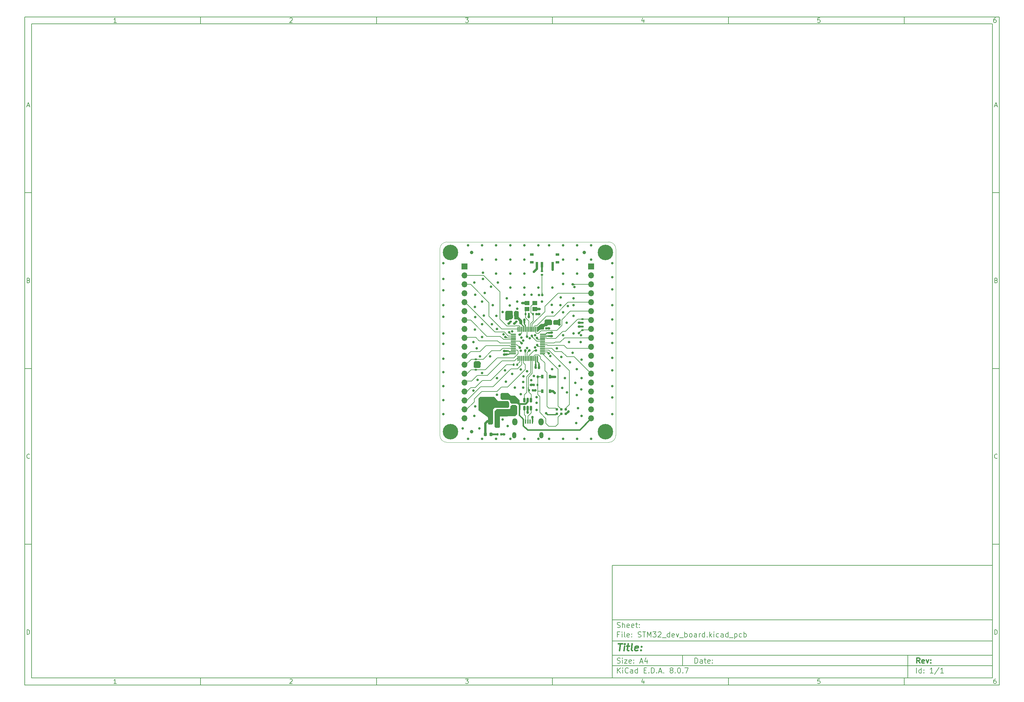
<source format=gbr>
%TF.GenerationSoftware,KiCad,Pcbnew,8.0.7*%
%TF.CreationDate,2025-02-16T19:40:28+01:00*%
%TF.ProjectId,STM32_dev_board,53544d33-325f-4646-9576-5f626f617264,rev?*%
%TF.SameCoordinates,Original*%
%TF.FileFunction,Copper,L1,Top*%
%TF.FilePolarity,Positive*%
%FSLAX46Y46*%
G04 Gerber Fmt 4.6, Leading zero omitted, Abs format (unit mm)*
G04 Created by KiCad (PCBNEW 8.0.7) date 2025-02-16 19:40:28*
%MOMM*%
%LPD*%
G01*
G04 APERTURE LIST*
G04 Aperture macros list*
%AMRoundRect*
0 Rectangle with rounded corners*
0 $1 Rounding radius*
0 $2 $3 $4 $5 $6 $7 $8 $9 X,Y pos of 4 corners*
0 Add a 4 corners polygon primitive as box body*
4,1,4,$2,$3,$4,$5,$6,$7,$8,$9,$2,$3,0*
0 Add four circle primitives for the rounded corners*
1,1,$1+$1,$2,$3*
1,1,$1+$1,$4,$5*
1,1,$1+$1,$6,$7*
1,1,$1+$1,$8,$9*
0 Add four rect primitives between the rounded corners*
20,1,$1+$1,$2,$3,$4,$5,0*
20,1,$1+$1,$4,$5,$6,$7,0*
20,1,$1+$1,$6,$7,$8,$9,0*
20,1,$1+$1,$8,$9,$2,$3,0*%
G04 Aperture macros list end*
%ADD10C,0.100000*%
%ADD11C,0.150000*%
%ADD12C,0.300000*%
%ADD13C,0.400000*%
%TA.AperFunction,SMDPad,CuDef*%
%ADD14RoundRect,0.225000X-0.225000X-0.250000X0.225000X-0.250000X0.225000X0.250000X-0.225000X0.250000X0*%
%TD*%
%TA.AperFunction,SMDPad,CuDef*%
%ADD15RoundRect,0.135000X-0.185000X0.135000X-0.185000X-0.135000X0.185000X-0.135000X0.185000X0.135000X0*%
%TD*%
%TA.AperFunction,SMDPad,CuDef*%
%ADD16RoundRect,0.140000X0.140000X0.170000X-0.140000X0.170000X-0.140000X-0.170000X0.140000X-0.170000X0*%
%TD*%
%TA.AperFunction,SMDPad,CuDef*%
%ADD17R,0.650000X1.050000*%
%TD*%
%TA.AperFunction,SMDPad,CuDef*%
%ADD18RoundRect,0.135000X-0.135000X-0.185000X0.135000X-0.185000X0.135000X0.185000X-0.135000X0.185000X0*%
%TD*%
%TA.AperFunction,SMDPad,CuDef*%
%ADD19RoundRect,0.150000X0.150000X-0.512500X0.150000X0.512500X-0.150000X0.512500X-0.150000X-0.512500X0*%
%TD*%
%TA.AperFunction,SMDPad,CuDef*%
%ADD20RoundRect,0.375000X0.625000X0.375000X-0.625000X0.375000X-0.625000X-0.375000X0.625000X-0.375000X0*%
%TD*%
%TA.AperFunction,SMDPad,CuDef*%
%ADD21RoundRect,0.500000X0.500000X1.400000X-0.500000X1.400000X-0.500000X-1.400000X0.500000X-1.400000X0*%
%TD*%
%TA.AperFunction,SMDPad,CuDef*%
%ADD22R,1.400000X1.200000*%
%TD*%
%TA.AperFunction,ConnectorPad*%
%ADD23C,0.787400*%
%TD*%
%TA.AperFunction,SMDPad,CuDef*%
%ADD24C,1.000000*%
%TD*%
%TA.AperFunction,SMDPad,CuDef*%
%ADD25RoundRect,0.140000X-0.140000X-0.170000X0.140000X-0.170000X0.140000X0.170000X-0.140000X0.170000X0*%
%TD*%
%TA.AperFunction,SMDPad,CuDef*%
%ADD26RoundRect,0.250000X-0.475000X0.250000X-0.475000X-0.250000X0.475000X-0.250000X0.475000X0.250000X0*%
%TD*%
%TA.AperFunction,ComponentPad*%
%ADD27C,0.700000*%
%TD*%
%TA.AperFunction,ComponentPad*%
%ADD28C,4.400000*%
%TD*%
%TA.AperFunction,SMDPad,CuDef*%
%ADD29RoundRect,0.140000X-0.170000X0.140000X-0.170000X-0.140000X0.170000X-0.140000X0.170000X0.140000X0*%
%TD*%
%TA.AperFunction,SMDPad,CuDef*%
%ADD30RoundRect,0.135000X0.185000X-0.135000X0.185000X0.135000X-0.185000X0.135000X-0.185000X-0.135000X0*%
%TD*%
%TA.AperFunction,SMDPad,CuDef*%
%ADD31RoundRect,0.075000X-0.075000X0.662500X-0.075000X-0.662500X0.075000X-0.662500X0.075000X0.662500X0*%
%TD*%
%TA.AperFunction,SMDPad,CuDef*%
%ADD32RoundRect,0.075000X-0.662500X0.075000X-0.662500X-0.075000X0.662500X-0.075000X0.662500X0.075000X0*%
%TD*%
%TA.AperFunction,SMDPad,CuDef*%
%ADD33RoundRect,0.135000X0.135000X0.185000X-0.135000X0.185000X-0.135000X-0.185000X0.135000X-0.185000X0*%
%TD*%
%TA.AperFunction,ComponentPad*%
%ADD34R,1.700000X1.700000*%
%TD*%
%TA.AperFunction,ComponentPad*%
%ADD35O,1.700000X1.700000*%
%TD*%
%TA.AperFunction,SMDPad,CuDef*%
%ADD36R,0.450000X1.300000*%
%TD*%
%TA.AperFunction,ComponentPad*%
%ADD37O,1.150000X1.800000*%
%TD*%
%TA.AperFunction,ComponentPad*%
%ADD38O,1.450000X2.000000*%
%TD*%
%TA.AperFunction,SMDPad,CuDef*%
%ADD39RoundRect,0.218750X0.218750X0.256250X-0.218750X0.256250X-0.218750X-0.256250X0.218750X-0.256250X0*%
%TD*%
%TA.AperFunction,SMDPad,CuDef*%
%ADD40R,1.000000X0.800000*%
%TD*%
%TA.AperFunction,SMDPad,CuDef*%
%ADD41R,0.700000X1.500000*%
%TD*%
%TA.AperFunction,SMDPad,CuDef*%
%ADD42RoundRect,0.140000X0.170000X-0.140000X0.170000X0.140000X-0.170000X0.140000X-0.170000X-0.140000X0*%
%TD*%
%TA.AperFunction,SMDPad,CuDef*%
%ADD43RoundRect,0.250000X-0.250000X-0.475000X0.250000X-0.475000X0.250000X0.475000X-0.250000X0.475000X0*%
%TD*%
%TA.AperFunction,ViaPad*%
%ADD44C,0.700000*%
%TD*%
%TA.AperFunction,ViaPad*%
%ADD45C,0.900000*%
%TD*%
%TA.AperFunction,Conductor*%
%ADD46C,0.300000*%
%TD*%
%TA.AperFunction,Conductor*%
%ADD47C,0.500000*%
%TD*%
%TA.AperFunction,Conductor*%
%ADD48C,0.700000*%
%TD*%
%TA.AperFunction,Conductor*%
%ADD49C,0.400000*%
%TD*%
%TA.AperFunction,Conductor*%
%ADD50C,0.200000*%
%TD*%
%TA.AperFunction,Conductor*%
%ADD51C,0.190000*%
%TD*%
%TA.AperFunction,Profile*%
%ADD52C,0.050000*%
%TD*%
G04 APERTURE END LIST*
D10*
D11*
X177002200Y-166007200D02*
X285002200Y-166007200D01*
X285002200Y-198007200D01*
X177002200Y-198007200D01*
X177002200Y-166007200D01*
D10*
D11*
X10000000Y-10000000D02*
X287002200Y-10000000D01*
X287002200Y-200007200D01*
X10000000Y-200007200D01*
X10000000Y-10000000D01*
D10*
D11*
X12000000Y-12000000D02*
X285002200Y-12000000D01*
X285002200Y-198007200D01*
X12000000Y-198007200D01*
X12000000Y-12000000D01*
D10*
D11*
X60000000Y-12000000D02*
X60000000Y-10000000D01*
D10*
D11*
X110000000Y-12000000D02*
X110000000Y-10000000D01*
D10*
D11*
X160000000Y-12000000D02*
X160000000Y-10000000D01*
D10*
D11*
X210000000Y-12000000D02*
X210000000Y-10000000D01*
D10*
D11*
X260000000Y-12000000D02*
X260000000Y-10000000D01*
D10*
D11*
X36089160Y-11593604D02*
X35346303Y-11593604D01*
X35717731Y-11593604D02*
X35717731Y-10293604D01*
X35717731Y-10293604D02*
X35593922Y-10479319D01*
X35593922Y-10479319D02*
X35470112Y-10603128D01*
X35470112Y-10603128D02*
X35346303Y-10665033D01*
D10*
D11*
X85346303Y-10417414D02*
X85408207Y-10355509D01*
X85408207Y-10355509D02*
X85532017Y-10293604D01*
X85532017Y-10293604D02*
X85841541Y-10293604D01*
X85841541Y-10293604D02*
X85965350Y-10355509D01*
X85965350Y-10355509D02*
X86027255Y-10417414D01*
X86027255Y-10417414D02*
X86089160Y-10541223D01*
X86089160Y-10541223D02*
X86089160Y-10665033D01*
X86089160Y-10665033D02*
X86027255Y-10850747D01*
X86027255Y-10850747D02*
X85284398Y-11593604D01*
X85284398Y-11593604D02*
X86089160Y-11593604D01*
D10*
D11*
X135284398Y-10293604D02*
X136089160Y-10293604D01*
X136089160Y-10293604D02*
X135655826Y-10788842D01*
X135655826Y-10788842D02*
X135841541Y-10788842D01*
X135841541Y-10788842D02*
X135965350Y-10850747D01*
X135965350Y-10850747D02*
X136027255Y-10912652D01*
X136027255Y-10912652D02*
X136089160Y-11036461D01*
X136089160Y-11036461D02*
X136089160Y-11345985D01*
X136089160Y-11345985D02*
X136027255Y-11469795D01*
X136027255Y-11469795D02*
X135965350Y-11531700D01*
X135965350Y-11531700D02*
X135841541Y-11593604D01*
X135841541Y-11593604D02*
X135470112Y-11593604D01*
X135470112Y-11593604D02*
X135346303Y-11531700D01*
X135346303Y-11531700D02*
X135284398Y-11469795D01*
D10*
D11*
X185965350Y-10726938D02*
X185965350Y-11593604D01*
X185655826Y-10231700D02*
X185346303Y-11160271D01*
X185346303Y-11160271D02*
X186151064Y-11160271D01*
D10*
D11*
X236027255Y-10293604D02*
X235408207Y-10293604D01*
X235408207Y-10293604D02*
X235346303Y-10912652D01*
X235346303Y-10912652D02*
X235408207Y-10850747D01*
X235408207Y-10850747D02*
X235532017Y-10788842D01*
X235532017Y-10788842D02*
X235841541Y-10788842D01*
X235841541Y-10788842D02*
X235965350Y-10850747D01*
X235965350Y-10850747D02*
X236027255Y-10912652D01*
X236027255Y-10912652D02*
X236089160Y-11036461D01*
X236089160Y-11036461D02*
X236089160Y-11345985D01*
X236089160Y-11345985D02*
X236027255Y-11469795D01*
X236027255Y-11469795D02*
X235965350Y-11531700D01*
X235965350Y-11531700D02*
X235841541Y-11593604D01*
X235841541Y-11593604D02*
X235532017Y-11593604D01*
X235532017Y-11593604D02*
X235408207Y-11531700D01*
X235408207Y-11531700D02*
X235346303Y-11469795D01*
D10*
D11*
X285965350Y-10293604D02*
X285717731Y-10293604D01*
X285717731Y-10293604D02*
X285593922Y-10355509D01*
X285593922Y-10355509D02*
X285532017Y-10417414D01*
X285532017Y-10417414D02*
X285408207Y-10603128D01*
X285408207Y-10603128D02*
X285346303Y-10850747D01*
X285346303Y-10850747D02*
X285346303Y-11345985D01*
X285346303Y-11345985D02*
X285408207Y-11469795D01*
X285408207Y-11469795D02*
X285470112Y-11531700D01*
X285470112Y-11531700D02*
X285593922Y-11593604D01*
X285593922Y-11593604D02*
X285841541Y-11593604D01*
X285841541Y-11593604D02*
X285965350Y-11531700D01*
X285965350Y-11531700D02*
X286027255Y-11469795D01*
X286027255Y-11469795D02*
X286089160Y-11345985D01*
X286089160Y-11345985D02*
X286089160Y-11036461D01*
X286089160Y-11036461D02*
X286027255Y-10912652D01*
X286027255Y-10912652D02*
X285965350Y-10850747D01*
X285965350Y-10850747D02*
X285841541Y-10788842D01*
X285841541Y-10788842D02*
X285593922Y-10788842D01*
X285593922Y-10788842D02*
X285470112Y-10850747D01*
X285470112Y-10850747D02*
X285408207Y-10912652D01*
X285408207Y-10912652D02*
X285346303Y-11036461D01*
D10*
D11*
X60000000Y-198007200D02*
X60000000Y-200007200D01*
D10*
D11*
X110000000Y-198007200D02*
X110000000Y-200007200D01*
D10*
D11*
X160000000Y-198007200D02*
X160000000Y-200007200D01*
D10*
D11*
X210000000Y-198007200D02*
X210000000Y-200007200D01*
D10*
D11*
X260000000Y-198007200D02*
X260000000Y-200007200D01*
D10*
D11*
X36089160Y-199600804D02*
X35346303Y-199600804D01*
X35717731Y-199600804D02*
X35717731Y-198300804D01*
X35717731Y-198300804D02*
X35593922Y-198486519D01*
X35593922Y-198486519D02*
X35470112Y-198610328D01*
X35470112Y-198610328D02*
X35346303Y-198672233D01*
D10*
D11*
X85346303Y-198424614D02*
X85408207Y-198362709D01*
X85408207Y-198362709D02*
X85532017Y-198300804D01*
X85532017Y-198300804D02*
X85841541Y-198300804D01*
X85841541Y-198300804D02*
X85965350Y-198362709D01*
X85965350Y-198362709D02*
X86027255Y-198424614D01*
X86027255Y-198424614D02*
X86089160Y-198548423D01*
X86089160Y-198548423D02*
X86089160Y-198672233D01*
X86089160Y-198672233D02*
X86027255Y-198857947D01*
X86027255Y-198857947D02*
X85284398Y-199600804D01*
X85284398Y-199600804D02*
X86089160Y-199600804D01*
D10*
D11*
X135284398Y-198300804D02*
X136089160Y-198300804D01*
X136089160Y-198300804D02*
X135655826Y-198796042D01*
X135655826Y-198796042D02*
X135841541Y-198796042D01*
X135841541Y-198796042D02*
X135965350Y-198857947D01*
X135965350Y-198857947D02*
X136027255Y-198919852D01*
X136027255Y-198919852D02*
X136089160Y-199043661D01*
X136089160Y-199043661D02*
X136089160Y-199353185D01*
X136089160Y-199353185D02*
X136027255Y-199476995D01*
X136027255Y-199476995D02*
X135965350Y-199538900D01*
X135965350Y-199538900D02*
X135841541Y-199600804D01*
X135841541Y-199600804D02*
X135470112Y-199600804D01*
X135470112Y-199600804D02*
X135346303Y-199538900D01*
X135346303Y-199538900D02*
X135284398Y-199476995D01*
D10*
D11*
X185965350Y-198734138D02*
X185965350Y-199600804D01*
X185655826Y-198238900D02*
X185346303Y-199167471D01*
X185346303Y-199167471D02*
X186151064Y-199167471D01*
D10*
D11*
X236027255Y-198300804D02*
X235408207Y-198300804D01*
X235408207Y-198300804D02*
X235346303Y-198919852D01*
X235346303Y-198919852D02*
X235408207Y-198857947D01*
X235408207Y-198857947D02*
X235532017Y-198796042D01*
X235532017Y-198796042D02*
X235841541Y-198796042D01*
X235841541Y-198796042D02*
X235965350Y-198857947D01*
X235965350Y-198857947D02*
X236027255Y-198919852D01*
X236027255Y-198919852D02*
X236089160Y-199043661D01*
X236089160Y-199043661D02*
X236089160Y-199353185D01*
X236089160Y-199353185D02*
X236027255Y-199476995D01*
X236027255Y-199476995D02*
X235965350Y-199538900D01*
X235965350Y-199538900D02*
X235841541Y-199600804D01*
X235841541Y-199600804D02*
X235532017Y-199600804D01*
X235532017Y-199600804D02*
X235408207Y-199538900D01*
X235408207Y-199538900D02*
X235346303Y-199476995D01*
D10*
D11*
X285965350Y-198300804D02*
X285717731Y-198300804D01*
X285717731Y-198300804D02*
X285593922Y-198362709D01*
X285593922Y-198362709D02*
X285532017Y-198424614D01*
X285532017Y-198424614D02*
X285408207Y-198610328D01*
X285408207Y-198610328D02*
X285346303Y-198857947D01*
X285346303Y-198857947D02*
X285346303Y-199353185D01*
X285346303Y-199353185D02*
X285408207Y-199476995D01*
X285408207Y-199476995D02*
X285470112Y-199538900D01*
X285470112Y-199538900D02*
X285593922Y-199600804D01*
X285593922Y-199600804D02*
X285841541Y-199600804D01*
X285841541Y-199600804D02*
X285965350Y-199538900D01*
X285965350Y-199538900D02*
X286027255Y-199476995D01*
X286027255Y-199476995D02*
X286089160Y-199353185D01*
X286089160Y-199353185D02*
X286089160Y-199043661D01*
X286089160Y-199043661D02*
X286027255Y-198919852D01*
X286027255Y-198919852D02*
X285965350Y-198857947D01*
X285965350Y-198857947D02*
X285841541Y-198796042D01*
X285841541Y-198796042D02*
X285593922Y-198796042D01*
X285593922Y-198796042D02*
X285470112Y-198857947D01*
X285470112Y-198857947D02*
X285408207Y-198919852D01*
X285408207Y-198919852D02*
X285346303Y-199043661D01*
D10*
D11*
X10000000Y-60000000D02*
X12000000Y-60000000D01*
D10*
D11*
X10000000Y-110000000D02*
X12000000Y-110000000D01*
D10*
D11*
X10000000Y-160000000D02*
X12000000Y-160000000D01*
D10*
D11*
X10690476Y-35222176D02*
X11309523Y-35222176D01*
X10566666Y-35593604D02*
X10999999Y-34293604D01*
X10999999Y-34293604D02*
X11433333Y-35593604D01*
D10*
D11*
X11092857Y-84912652D02*
X11278571Y-84974557D01*
X11278571Y-84974557D02*
X11340476Y-85036461D01*
X11340476Y-85036461D02*
X11402380Y-85160271D01*
X11402380Y-85160271D02*
X11402380Y-85345985D01*
X11402380Y-85345985D02*
X11340476Y-85469795D01*
X11340476Y-85469795D02*
X11278571Y-85531700D01*
X11278571Y-85531700D02*
X11154761Y-85593604D01*
X11154761Y-85593604D02*
X10659523Y-85593604D01*
X10659523Y-85593604D02*
X10659523Y-84293604D01*
X10659523Y-84293604D02*
X11092857Y-84293604D01*
X11092857Y-84293604D02*
X11216666Y-84355509D01*
X11216666Y-84355509D02*
X11278571Y-84417414D01*
X11278571Y-84417414D02*
X11340476Y-84541223D01*
X11340476Y-84541223D02*
X11340476Y-84665033D01*
X11340476Y-84665033D02*
X11278571Y-84788842D01*
X11278571Y-84788842D02*
X11216666Y-84850747D01*
X11216666Y-84850747D02*
X11092857Y-84912652D01*
X11092857Y-84912652D02*
X10659523Y-84912652D01*
D10*
D11*
X11402380Y-135469795D02*
X11340476Y-135531700D01*
X11340476Y-135531700D02*
X11154761Y-135593604D01*
X11154761Y-135593604D02*
X11030952Y-135593604D01*
X11030952Y-135593604D02*
X10845238Y-135531700D01*
X10845238Y-135531700D02*
X10721428Y-135407890D01*
X10721428Y-135407890D02*
X10659523Y-135284080D01*
X10659523Y-135284080D02*
X10597619Y-135036461D01*
X10597619Y-135036461D02*
X10597619Y-134850747D01*
X10597619Y-134850747D02*
X10659523Y-134603128D01*
X10659523Y-134603128D02*
X10721428Y-134479319D01*
X10721428Y-134479319D02*
X10845238Y-134355509D01*
X10845238Y-134355509D02*
X11030952Y-134293604D01*
X11030952Y-134293604D02*
X11154761Y-134293604D01*
X11154761Y-134293604D02*
X11340476Y-134355509D01*
X11340476Y-134355509D02*
X11402380Y-134417414D01*
D10*
D11*
X10659523Y-185593604D02*
X10659523Y-184293604D01*
X10659523Y-184293604D02*
X10969047Y-184293604D01*
X10969047Y-184293604D02*
X11154761Y-184355509D01*
X11154761Y-184355509D02*
X11278571Y-184479319D01*
X11278571Y-184479319D02*
X11340476Y-184603128D01*
X11340476Y-184603128D02*
X11402380Y-184850747D01*
X11402380Y-184850747D02*
X11402380Y-185036461D01*
X11402380Y-185036461D02*
X11340476Y-185284080D01*
X11340476Y-185284080D02*
X11278571Y-185407890D01*
X11278571Y-185407890D02*
X11154761Y-185531700D01*
X11154761Y-185531700D02*
X10969047Y-185593604D01*
X10969047Y-185593604D02*
X10659523Y-185593604D01*
D10*
D11*
X287002200Y-60000000D02*
X285002200Y-60000000D01*
D10*
D11*
X287002200Y-110000000D02*
X285002200Y-110000000D01*
D10*
D11*
X287002200Y-160000000D02*
X285002200Y-160000000D01*
D10*
D11*
X285692676Y-35222176D02*
X286311723Y-35222176D01*
X285568866Y-35593604D02*
X286002199Y-34293604D01*
X286002199Y-34293604D02*
X286435533Y-35593604D01*
D10*
D11*
X286095057Y-84912652D02*
X286280771Y-84974557D01*
X286280771Y-84974557D02*
X286342676Y-85036461D01*
X286342676Y-85036461D02*
X286404580Y-85160271D01*
X286404580Y-85160271D02*
X286404580Y-85345985D01*
X286404580Y-85345985D02*
X286342676Y-85469795D01*
X286342676Y-85469795D02*
X286280771Y-85531700D01*
X286280771Y-85531700D02*
X286156961Y-85593604D01*
X286156961Y-85593604D02*
X285661723Y-85593604D01*
X285661723Y-85593604D02*
X285661723Y-84293604D01*
X285661723Y-84293604D02*
X286095057Y-84293604D01*
X286095057Y-84293604D02*
X286218866Y-84355509D01*
X286218866Y-84355509D02*
X286280771Y-84417414D01*
X286280771Y-84417414D02*
X286342676Y-84541223D01*
X286342676Y-84541223D02*
X286342676Y-84665033D01*
X286342676Y-84665033D02*
X286280771Y-84788842D01*
X286280771Y-84788842D02*
X286218866Y-84850747D01*
X286218866Y-84850747D02*
X286095057Y-84912652D01*
X286095057Y-84912652D02*
X285661723Y-84912652D01*
D10*
D11*
X286404580Y-135469795D02*
X286342676Y-135531700D01*
X286342676Y-135531700D02*
X286156961Y-135593604D01*
X286156961Y-135593604D02*
X286033152Y-135593604D01*
X286033152Y-135593604D02*
X285847438Y-135531700D01*
X285847438Y-135531700D02*
X285723628Y-135407890D01*
X285723628Y-135407890D02*
X285661723Y-135284080D01*
X285661723Y-135284080D02*
X285599819Y-135036461D01*
X285599819Y-135036461D02*
X285599819Y-134850747D01*
X285599819Y-134850747D02*
X285661723Y-134603128D01*
X285661723Y-134603128D02*
X285723628Y-134479319D01*
X285723628Y-134479319D02*
X285847438Y-134355509D01*
X285847438Y-134355509D02*
X286033152Y-134293604D01*
X286033152Y-134293604D02*
X286156961Y-134293604D01*
X286156961Y-134293604D02*
X286342676Y-134355509D01*
X286342676Y-134355509D02*
X286404580Y-134417414D01*
D10*
D11*
X285661723Y-185593604D02*
X285661723Y-184293604D01*
X285661723Y-184293604D02*
X285971247Y-184293604D01*
X285971247Y-184293604D02*
X286156961Y-184355509D01*
X286156961Y-184355509D02*
X286280771Y-184479319D01*
X286280771Y-184479319D02*
X286342676Y-184603128D01*
X286342676Y-184603128D02*
X286404580Y-184850747D01*
X286404580Y-184850747D02*
X286404580Y-185036461D01*
X286404580Y-185036461D02*
X286342676Y-185284080D01*
X286342676Y-185284080D02*
X286280771Y-185407890D01*
X286280771Y-185407890D02*
X286156961Y-185531700D01*
X286156961Y-185531700D02*
X285971247Y-185593604D01*
X285971247Y-185593604D02*
X285661723Y-185593604D01*
D10*
D11*
X200458026Y-193793328D02*
X200458026Y-192293328D01*
X200458026Y-192293328D02*
X200815169Y-192293328D01*
X200815169Y-192293328D02*
X201029455Y-192364757D01*
X201029455Y-192364757D02*
X201172312Y-192507614D01*
X201172312Y-192507614D02*
X201243741Y-192650471D01*
X201243741Y-192650471D02*
X201315169Y-192936185D01*
X201315169Y-192936185D02*
X201315169Y-193150471D01*
X201315169Y-193150471D02*
X201243741Y-193436185D01*
X201243741Y-193436185D02*
X201172312Y-193579042D01*
X201172312Y-193579042D02*
X201029455Y-193721900D01*
X201029455Y-193721900D02*
X200815169Y-193793328D01*
X200815169Y-193793328D02*
X200458026Y-193793328D01*
X202600884Y-193793328D02*
X202600884Y-193007614D01*
X202600884Y-193007614D02*
X202529455Y-192864757D01*
X202529455Y-192864757D02*
X202386598Y-192793328D01*
X202386598Y-192793328D02*
X202100884Y-192793328D01*
X202100884Y-192793328D02*
X201958026Y-192864757D01*
X202600884Y-193721900D02*
X202458026Y-193793328D01*
X202458026Y-193793328D02*
X202100884Y-193793328D01*
X202100884Y-193793328D02*
X201958026Y-193721900D01*
X201958026Y-193721900D02*
X201886598Y-193579042D01*
X201886598Y-193579042D02*
X201886598Y-193436185D01*
X201886598Y-193436185D02*
X201958026Y-193293328D01*
X201958026Y-193293328D02*
X202100884Y-193221900D01*
X202100884Y-193221900D02*
X202458026Y-193221900D01*
X202458026Y-193221900D02*
X202600884Y-193150471D01*
X203100884Y-192793328D02*
X203672312Y-192793328D01*
X203315169Y-192293328D02*
X203315169Y-193579042D01*
X203315169Y-193579042D02*
X203386598Y-193721900D01*
X203386598Y-193721900D02*
X203529455Y-193793328D01*
X203529455Y-193793328D02*
X203672312Y-193793328D01*
X204743741Y-193721900D02*
X204600884Y-193793328D01*
X204600884Y-193793328D02*
X204315170Y-193793328D01*
X204315170Y-193793328D02*
X204172312Y-193721900D01*
X204172312Y-193721900D02*
X204100884Y-193579042D01*
X204100884Y-193579042D02*
X204100884Y-193007614D01*
X204100884Y-193007614D02*
X204172312Y-192864757D01*
X204172312Y-192864757D02*
X204315170Y-192793328D01*
X204315170Y-192793328D02*
X204600884Y-192793328D01*
X204600884Y-192793328D02*
X204743741Y-192864757D01*
X204743741Y-192864757D02*
X204815170Y-193007614D01*
X204815170Y-193007614D02*
X204815170Y-193150471D01*
X204815170Y-193150471D02*
X204100884Y-193293328D01*
X205458026Y-193650471D02*
X205529455Y-193721900D01*
X205529455Y-193721900D02*
X205458026Y-193793328D01*
X205458026Y-193793328D02*
X205386598Y-193721900D01*
X205386598Y-193721900D02*
X205458026Y-193650471D01*
X205458026Y-193650471D02*
X205458026Y-193793328D01*
X205458026Y-192864757D02*
X205529455Y-192936185D01*
X205529455Y-192936185D02*
X205458026Y-193007614D01*
X205458026Y-193007614D02*
X205386598Y-192936185D01*
X205386598Y-192936185D02*
X205458026Y-192864757D01*
X205458026Y-192864757D02*
X205458026Y-193007614D01*
D10*
D11*
X177002200Y-194507200D02*
X285002200Y-194507200D01*
D10*
D11*
X178458026Y-196593328D02*
X178458026Y-195093328D01*
X179315169Y-196593328D02*
X178672312Y-195736185D01*
X179315169Y-195093328D02*
X178458026Y-195950471D01*
X179958026Y-196593328D02*
X179958026Y-195593328D01*
X179958026Y-195093328D02*
X179886598Y-195164757D01*
X179886598Y-195164757D02*
X179958026Y-195236185D01*
X179958026Y-195236185D02*
X180029455Y-195164757D01*
X180029455Y-195164757D02*
X179958026Y-195093328D01*
X179958026Y-195093328D02*
X179958026Y-195236185D01*
X181529455Y-196450471D02*
X181458027Y-196521900D01*
X181458027Y-196521900D02*
X181243741Y-196593328D01*
X181243741Y-196593328D02*
X181100884Y-196593328D01*
X181100884Y-196593328D02*
X180886598Y-196521900D01*
X180886598Y-196521900D02*
X180743741Y-196379042D01*
X180743741Y-196379042D02*
X180672312Y-196236185D01*
X180672312Y-196236185D02*
X180600884Y-195950471D01*
X180600884Y-195950471D02*
X180600884Y-195736185D01*
X180600884Y-195736185D02*
X180672312Y-195450471D01*
X180672312Y-195450471D02*
X180743741Y-195307614D01*
X180743741Y-195307614D02*
X180886598Y-195164757D01*
X180886598Y-195164757D02*
X181100884Y-195093328D01*
X181100884Y-195093328D02*
X181243741Y-195093328D01*
X181243741Y-195093328D02*
X181458027Y-195164757D01*
X181458027Y-195164757D02*
X181529455Y-195236185D01*
X182815170Y-196593328D02*
X182815170Y-195807614D01*
X182815170Y-195807614D02*
X182743741Y-195664757D01*
X182743741Y-195664757D02*
X182600884Y-195593328D01*
X182600884Y-195593328D02*
X182315170Y-195593328D01*
X182315170Y-195593328D02*
X182172312Y-195664757D01*
X182815170Y-196521900D02*
X182672312Y-196593328D01*
X182672312Y-196593328D02*
X182315170Y-196593328D01*
X182315170Y-196593328D02*
X182172312Y-196521900D01*
X182172312Y-196521900D02*
X182100884Y-196379042D01*
X182100884Y-196379042D02*
X182100884Y-196236185D01*
X182100884Y-196236185D02*
X182172312Y-196093328D01*
X182172312Y-196093328D02*
X182315170Y-196021900D01*
X182315170Y-196021900D02*
X182672312Y-196021900D01*
X182672312Y-196021900D02*
X182815170Y-195950471D01*
X184172313Y-196593328D02*
X184172313Y-195093328D01*
X184172313Y-196521900D02*
X184029455Y-196593328D01*
X184029455Y-196593328D02*
X183743741Y-196593328D01*
X183743741Y-196593328D02*
X183600884Y-196521900D01*
X183600884Y-196521900D02*
X183529455Y-196450471D01*
X183529455Y-196450471D02*
X183458027Y-196307614D01*
X183458027Y-196307614D02*
X183458027Y-195879042D01*
X183458027Y-195879042D02*
X183529455Y-195736185D01*
X183529455Y-195736185D02*
X183600884Y-195664757D01*
X183600884Y-195664757D02*
X183743741Y-195593328D01*
X183743741Y-195593328D02*
X184029455Y-195593328D01*
X184029455Y-195593328D02*
X184172313Y-195664757D01*
X186029455Y-195807614D02*
X186529455Y-195807614D01*
X186743741Y-196593328D02*
X186029455Y-196593328D01*
X186029455Y-196593328D02*
X186029455Y-195093328D01*
X186029455Y-195093328D02*
X186743741Y-195093328D01*
X187386598Y-196450471D02*
X187458027Y-196521900D01*
X187458027Y-196521900D02*
X187386598Y-196593328D01*
X187386598Y-196593328D02*
X187315170Y-196521900D01*
X187315170Y-196521900D02*
X187386598Y-196450471D01*
X187386598Y-196450471D02*
X187386598Y-196593328D01*
X188100884Y-196593328D02*
X188100884Y-195093328D01*
X188100884Y-195093328D02*
X188458027Y-195093328D01*
X188458027Y-195093328D02*
X188672313Y-195164757D01*
X188672313Y-195164757D02*
X188815170Y-195307614D01*
X188815170Y-195307614D02*
X188886599Y-195450471D01*
X188886599Y-195450471D02*
X188958027Y-195736185D01*
X188958027Y-195736185D02*
X188958027Y-195950471D01*
X188958027Y-195950471D02*
X188886599Y-196236185D01*
X188886599Y-196236185D02*
X188815170Y-196379042D01*
X188815170Y-196379042D02*
X188672313Y-196521900D01*
X188672313Y-196521900D02*
X188458027Y-196593328D01*
X188458027Y-196593328D02*
X188100884Y-196593328D01*
X189600884Y-196450471D02*
X189672313Y-196521900D01*
X189672313Y-196521900D02*
X189600884Y-196593328D01*
X189600884Y-196593328D02*
X189529456Y-196521900D01*
X189529456Y-196521900D02*
X189600884Y-196450471D01*
X189600884Y-196450471D02*
X189600884Y-196593328D01*
X190243742Y-196164757D02*
X190958028Y-196164757D01*
X190100885Y-196593328D02*
X190600885Y-195093328D01*
X190600885Y-195093328D02*
X191100885Y-196593328D01*
X191600884Y-196450471D02*
X191672313Y-196521900D01*
X191672313Y-196521900D02*
X191600884Y-196593328D01*
X191600884Y-196593328D02*
X191529456Y-196521900D01*
X191529456Y-196521900D02*
X191600884Y-196450471D01*
X191600884Y-196450471D02*
X191600884Y-196593328D01*
X193672313Y-195736185D02*
X193529456Y-195664757D01*
X193529456Y-195664757D02*
X193458027Y-195593328D01*
X193458027Y-195593328D02*
X193386599Y-195450471D01*
X193386599Y-195450471D02*
X193386599Y-195379042D01*
X193386599Y-195379042D02*
X193458027Y-195236185D01*
X193458027Y-195236185D02*
X193529456Y-195164757D01*
X193529456Y-195164757D02*
X193672313Y-195093328D01*
X193672313Y-195093328D02*
X193958027Y-195093328D01*
X193958027Y-195093328D02*
X194100885Y-195164757D01*
X194100885Y-195164757D02*
X194172313Y-195236185D01*
X194172313Y-195236185D02*
X194243742Y-195379042D01*
X194243742Y-195379042D02*
X194243742Y-195450471D01*
X194243742Y-195450471D02*
X194172313Y-195593328D01*
X194172313Y-195593328D02*
X194100885Y-195664757D01*
X194100885Y-195664757D02*
X193958027Y-195736185D01*
X193958027Y-195736185D02*
X193672313Y-195736185D01*
X193672313Y-195736185D02*
X193529456Y-195807614D01*
X193529456Y-195807614D02*
X193458027Y-195879042D01*
X193458027Y-195879042D02*
X193386599Y-196021900D01*
X193386599Y-196021900D02*
X193386599Y-196307614D01*
X193386599Y-196307614D02*
X193458027Y-196450471D01*
X193458027Y-196450471D02*
X193529456Y-196521900D01*
X193529456Y-196521900D02*
X193672313Y-196593328D01*
X193672313Y-196593328D02*
X193958027Y-196593328D01*
X193958027Y-196593328D02*
X194100885Y-196521900D01*
X194100885Y-196521900D02*
X194172313Y-196450471D01*
X194172313Y-196450471D02*
X194243742Y-196307614D01*
X194243742Y-196307614D02*
X194243742Y-196021900D01*
X194243742Y-196021900D02*
X194172313Y-195879042D01*
X194172313Y-195879042D02*
X194100885Y-195807614D01*
X194100885Y-195807614D02*
X193958027Y-195736185D01*
X194886598Y-196450471D02*
X194958027Y-196521900D01*
X194958027Y-196521900D02*
X194886598Y-196593328D01*
X194886598Y-196593328D02*
X194815170Y-196521900D01*
X194815170Y-196521900D02*
X194886598Y-196450471D01*
X194886598Y-196450471D02*
X194886598Y-196593328D01*
X195886599Y-195093328D02*
X196029456Y-195093328D01*
X196029456Y-195093328D02*
X196172313Y-195164757D01*
X196172313Y-195164757D02*
X196243742Y-195236185D01*
X196243742Y-195236185D02*
X196315170Y-195379042D01*
X196315170Y-195379042D02*
X196386599Y-195664757D01*
X196386599Y-195664757D02*
X196386599Y-196021900D01*
X196386599Y-196021900D02*
X196315170Y-196307614D01*
X196315170Y-196307614D02*
X196243742Y-196450471D01*
X196243742Y-196450471D02*
X196172313Y-196521900D01*
X196172313Y-196521900D02*
X196029456Y-196593328D01*
X196029456Y-196593328D02*
X195886599Y-196593328D01*
X195886599Y-196593328D02*
X195743742Y-196521900D01*
X195743742Y-196521900D02*
X195672313Y-196450471D01*
X195672313Y-196450471D02*
X195600884Y-196307614D01*
X195600884Y-196307614D02*
X195529456Y-196021900D01*
X195529456Y-196021900D02*
X195529456Y-195664757D01*
X195529456Y-195664757D02*
X195600884Y-195379042D01*
X195600884Y-195379042D02*
X195672313Y-195236185D01*
X195672313Y-195236185D02*
X195743742Y-195164757D01*
X195743742Y-195164757D02*
X195886599Y-195093328D01*
X197029455Y-196450471D02*
X197100884Y-196521900D01*
X197100884Y-196521900D02*
X197029455Y-196593328D01*
X197029455Y-196593328D02*
X196958027Y-196521900D01*
X196958027Y-196521900D02*
X197029455Y-196450471D01*
X197029455Y-196450471D02*
X197029455Y-196593328D01*
X197600884Y-195093328D02*
X198600884Y-195093328D01*
X198600884Y-195093328D02*
X197958027Y-196593328D01*
D10*
D11*
X177002200Y-191507200D02*
X285002200Y-191507200D01*
D10*
D12*
X264413853Y-193785528D02*
X263913853Y-193071242D01*
X263556710Y-193785528D02*
X263556710Y-192285528D01*
X263556710Y-192285528D02*
X264128139Y-192285528D01*
X264128139Y-192285528D02*
X264270996Y-192356957D01*
X264270996Y-192356957D02*
X264342425Y-192428385D01*
X264342425Y-192428385D02*
X264413853Y-192571242D01*
X264413853Y-192571242D02*
X264413853Y-192785528D01*
X264413853Y-192785528D02*
X264342425Y-192928385D01*
X264342425Y-192928385D02*
X264270996Y-192999814D01*
X264270996Y-192999814D02*
X264128139Y-193071242D01*
X264128139Y-193071242D02*
X263556710Y-193071242D01*
X265628139Y-193714100D02*
X265485282Y-193785528D01*
X265485282Y-193785528D02*
X265199568Y-193785528D01*
X265199568Y-193785528D02*
X265056710Y-193714100D01*
X265056710Y-193714100D02*
X264985282Y-193571242D01*
X264985282Y-193571242D02*
X264985282Y-192999814D01*
X264985282Y-192999814D02*
X265056710Y-192856957D01*
X265056710Y-192856957D02*
X265199568Y-192785528D01*
X265199568Y-192785528D02*
X265485282Y-192785528D01*
X265485282Y-192785528D02*
X265628139Y-192856957D01*
X265628139Y-192856957D02*
X265699568Y-192999814D01*
X265699568Y-192999814D02*
X265699568Y-193142671D01*
X265699568Y-193142671D02*
X264985282Y-193285528D01*
X266199567Y-192785528D02*
X266556710Y-193785528D01*
X266556710Y-193785528D02*
X266913853Y-192785528D01*
X267485281Y-193642671D02*
X267556710Y-193714100D01*
X267556710Y-193714100D02*
X267485281Y-193785528D01*
X267485281Y-193785528D02*
X267413853Y-193714100D01*
X267413853Y-193714100D02*
X267485281Y-193642671D01*
X267485281Y-193642671D02*
X267485281Y-193785528D01*
X267485281Y-192856957D02*
X267556710Y-192928385D01*
X267556710Y-192928385D02*
X267485281Y-192999814D01*
X267485281Y-192999814D02*
X267413853Y-192928385D01*
X267413853Y-192928385D02*
X267485281Y-192856957D01*
X267485281Y-192856957D02*
X267485281Y-192999814D01*
D10*
D11*
X178386598Y-193721900D02*
X178600884Y-193793328D01*
X178600884Y-193793328D02*
X178958026Y-193793328D01*
X178958026Y-193793328D02*
X179100884Y-193721900D01*
X179100884Y-193721900D02*
X179172312Y-193650471D01*
X179172312Y-193650471D02*
X179243741Y-193507614D01*
X179243741Y-193507614D02*
X179243741Y-193364757D01*
X179243741Y-193364757D02*
X179172312Y-193221900D01*
X179172312Y-193221900D02*
X179100884Y-193150471D01*
X179100884Y-193150471D02*
X178958026Y-193079042D01*
X178958026Y-193079042D02*
X178672312Y-193007614D01*
X178672312Y-193007614D02*
X178529455Y-192936185D01*
X178529455Y-192936185D02*
X178458026Y-192864757D01*
X178458026Y-192864757D02*
X178386598Y-192721900D01*
X178386598Y-192721900D02*
X178386598Y-192579042D01*
X178386598Y-192579042D02*
X178458026Y-192436185D01*
X178458026Y-192436185D02*
X178529455Y-192364757D01*
X178529455Y-192364757D02*
X178672312Y-192293328D01*
X178672312Y-192293328D02*
X179029455Y-192293328D01*
X179029455Y-192293328D02*
X179243741Y-192364757D01*
X179886597Y-193793328D02*
X179886597Y-192793328D01*
X179886597Y-192293328D02*
X179815169Y-192364757D01*
X179815169Y-192364757D02*
X179886597Y-192436185D01*
X179886597Y-192436185D02*
X179958026Y-192364757D01*
X179958026Y-192364757D02*
X179886597Y-192293328D01*
X179886597Y-192293328D02*
X179886597Y-192436185D01*
X180458026Y-192793328D02*
X181243741Y-192793328D01*
X181243741Y-192793328D02*
X180458026Y-193793328D01*
X180458026Y-193793328D02*
X181243741Y-193793328D01*
X182386598Y-193721900D02*
X182243741Y-193793328D01*
X182243741Y-193793328D02*
X181958027Y-193793328D01*
X181958027Y-193793328D02*
X181815169Y-193721900D01*
X181815169Y-193721900D02*
X181743741Y-193579042D01*
X181743741Y-193579042D02*
X181743741Y-193007614D01*
X181743741Y-193007614D02*
X181815169Y-192864757D01*
X181815169Y-192864757D02*
X181958027Y-192793328D01*
X181958027Y-192793328D02*
X182243741Y-192793328D01*
X182243741Y-192793328D02*
X182386598Y-192864757D01*
X182386598Y-192864757D02*
X182458027Y-193007614D01*
X182458027Y-193007614D02*
X182458027Y-193150471D01*
X182458027Y-193150471D02*
X181743741Y-193293328D01*
X183100883Y-193650471D02*
X183172312Y-193721900D01*
X183172312Y-193721900D02*
X183100883Y-193793328D01*
X183100883Y-193793328D02*
X183029455Y-193721900D01*
X183029455Y-193721900D02*
X183100883Y-193650471D01*
X183100883Y-193650471D02*
X183100883Y-193793328D01*
X183100883Y-192864757D02*
X183172312Y-192936185D01*
X183172312Y-192936185D02*
X183100883Y-193007614D01*
X183100883Y-193007614D02*
X183029455Y-192936185D01*
X183029455Y-192936185D02*
X183100883Y-192864757D01*
X183100883Y-192864757D02*
X183100883Y-193007614D01*
X184886598Y-193364757D02*
X185600884Y-193364757D01*
X184743741Y-193793328D02*
X185243741Y-192293328D01*
X185243741Y-192293328D02*
X185743741Y-193793328D01*
X186886598Y-192793328D02*
X186886598Y-193793328D01*
X186529455Y-192221900D02*
X186172312Y-193293328D01*
X186172312Y-193293328D02*
X187100883Y-193293328D01*
D10*
D11*
X263458026Y-196593328D02*
X263458026Y-195093328D01*
X264815170Y-196593328D02*
X264815170Y-195093328D01*
X264815170Y-196521900D02*
X264672312Y-196593328D01*
X264672312Y-196593328D02*
X264386598Y-196593328D01*
X264386598Y-196593328D02*
X264243741Y-196521900D01*
X264243741Y-196521900D02*
X264172312Y-196450471D01*
X264172312Y-196450471D02*
X264100884Y-196307614D01*
X264100884Y-196307614D02*
X264100884Y-195879042D01*
X264100884Y-195879042D02*
X264172312Y-195736185D01*
X264172312Y-195736185D02*
X264243741Y-195664757D01*
X264243741Y-195664757D02*
X264386598Y-195593328D01*
X264386598Y-195593328D02*
X264672312Y-195593328D01*
X264672312Y-195593328D02*
X264815170Y-195664757D01*
X265529455Y-196450471D02*
X265600884Y-196521900D01*
X265600884Y-196521900D02*
X265529455Y-196593328D01*
X265529455Y-196593328D02*
X265458027Y-196521900D01*
X265458027Y-196521900D02*
X265529455Y-196450471D01*
X265529455Y-196450471D02*
X265529455Y-196593328D01*
X265529455Y-195664757D02*
X265600884Y-195736185D01*
X265600884Y-195736185D02*
X265529455Y-195807614D01*
X265529455Y-195807614D02*
X265458027Y-195736185D01*
X265458027Y-195736185D02*
X265529455Y-195664757D01*
X265529455Y-195664757D02*
X265529455Y-195807614D01*
X268172313Y-196593328D02*
X267315170Y-196593328D01*
X267743741Y-196593328D02*
X267743741Y-195093328D01*
X267743741Y-195093328D02*
X267600884Y-195307614D01*
X267600884Y-195307614D02*
X267458027Y-195450471D01*
X267458027Y-195450471D02*
X267315170Y-195521900D01*
X269886598Y-195021900D02*
X268600884Y-196950471D01*
X271172313Y-196593328D02*
X270315170Y-196593328D01*
X270743741Y-196593328D02*
X270743741Y-195093328D01*
X270743741Y-195093328D02*
X270600884Y-195307614D01*
X270600884Y-195307614D02*
X270458027Y-195450471D01*
X270458027Y-195450471D02*
X270315170Y-195521900D01*
D10*
D11*
X177002200Y-187507200D02*
X285002200Y-187507200D01*
D10*
D13*
X178693928Y-188211638D02*
X179836785Y-188211638D01*
X179015357Y-190211638D02*
X179265357Y-188211638D01*
X180253452Y-190211638D02*
X180420119Y-188878304D01*
X180503452Y-188211638D02*
X180396309Y-188306876D01*
X180396309Y-188306876D02*
X180479643Y-188402114D01*
X180479643Y-188402114D02*
X180586786Y-188306876D01*
X180586786Y-188306876D02*
X180503452Y-188211638D01*
X180503452Y-188211638D02*
X180479643Y-188402114D01*
X181086786Y-188878304D02*
X181848690Y-188878304D01*
X181455833Y-188211638D02*
X181241548Y-189925923D01*
X181241548Y-189925923D02*
X181312976Y-190116400D01*
X181312976Y-190116400D02*
X181491548Y-190211638D01*
X181491548Y-190211638D02*
X181682024Y-190211638D01*
X182634405Y-190211638D02*
X182455833Y-190116400D01*
X182455833Y-190116400D02*
X182384405Y-189925923D01*
X182384405Y-189925923D02*
X182598690Y-188211638D01*
X184170119Y-190116400D02*
X183967738Y-190211638D01*
X183967738Y-190211638D02*
X183586785Y-190211638D01*
X183586785Y-190211638D02*
X183408214Y-190116400D01*
X183408214Y-190116400D02*
X183336785Y-189925923D01*
X183336785Y-189925923D02*
X183432024Y-189164019D01*
X183432024Y-189164019D02*
X183551071Y-188973542D01*
X183551071Y-188973542D02*
X183753452Y-188878304D01*
X183753452Y-188878304D02*
X184134404Y-188878304D01*
X184134404Y-188878304D02*
X184312976Y-188973542D01*
X184312976Y-188973542D02*
X184384404Y-189164019D01*
X184384404Y-189164019D02*
X184360595Y-189354495D01*
X184360595Y-189354495D02*
X183384404Y-189544971D01*
X185134405Y-190021161D02*
X185217738Y-190116400D01*
X185217738Y-190116400D02*
X185110595Y-190211638D01*
X185110595Y-190211638D02*
X185027262Y-190116400D01*
X185027262Y-190116400D02*
X185134405Y-190021161D01*
X185134405Y-190021161D02*
X185110595Y-190211638D01*
X185265357Y-188973542D02*
X185348690Y-189068780D01*
X185348690Y-189068780D02*
X185241548Y-189164019D01*
X185241548Y-189164019D02*
X185158214Y-189068780D01*
X185158214Y-189068780D02*
X185265357Y-188973542D01*
X185265357Y-188973542D02*
X185241548Y-189164019D01*
D10*
D11*
X178958026Y-185607614D02*
X178458026Y-185607614D01*
X178458026Y-186393328D02*
X178458026Y-184893328D01*
X178458026Y-184893328D02*
X179172312Y-184893328D01*
X179743740Y-186393328D02*
X179743740Y-185393328D01*
X179743740Y-184893328D02*
X179672312Y-184964757D01*
X179672312Y-184964757D02*
X179743740Y-185036185D01*
X179743740Y-185036185D02*
X179815169Y-184964757D01*
X179815169Y-184964757D02*
X179743740Y-184893328D01*
X179743740Y-184893328D02*
X179743740Y-185036185D01*
X180672312Y-186393328D02*
X180529455Y-186321900D01*
X180529455Y-186321900D02*
X180458026Y-186179042D01*
X180458026Y-186179042D02*
X180458026Y-184893328D01*
X181815169Y-186321900D02*
X181672312Y-186393328D01*
X181672312Y-186393328D02*
X181386598Y-186393328D01*
X181386598Y-186393328D02*
X181243740Y-186321900D01*
X181243740Y-186321900D02*
X181172312Y-186179042D01*
X181172312Y-186179042D02*
X181172312Y-185607614D01*
X181172312Y-185607614D02*
X181243740Y-185464757D01*
X181243740Y-185464757D02*
X181386598Y-185393328D01*
X181386598Y-185393328D02*
X181672312Y-185393328D01*
X181672312Y-185393328D02*
X181815169Y-185464757D01*
X181815169Y-185464757D02*
X181886598Y-185607614D01*
X181886598Y-185607614D02*
X181886598Y-185750471D01*
X181886598Y-185750471D02*
X181172312Y-185893328D01*
X182529454Y-186250471D02*
X182600883Y-186321900D01*
X182600883Y-186321900D02*
X182529454Y-186393328D01*
X182529454Y-186393328D02*
X182458026Y-186321900D01*
X182458026Y-186321900D02*
X182529454Y-186250471D01*
X182529454Y-186250471D02*
X182529454Y-186393328D01*
X182529454Y-185464757D02*
X182600883Y-185536185D01*
X182600883Y-185536185D02*
X182529454Y-185607614D01*
X182529454Y-185607614D02*
X182458026Y-185536185D01*
X182458026Y-185536185D02*
X182529454Y-185464757D01*
X182529454Y-185464757D02*
X182529454Y-185607614D01*
X184315169Y-186321900D02*
X184529455Y-186393328D01*
X184529455Y-186393328D02*
X184886597Y-186393328D01*
X184886597Y-186393328D02*
X185029455Y-186321900D01*
X185029455Y-186321900D02*
X185100883Y-186250471D01*
X185100883Y-186250471D02*
X185172312Y-186107614D01*
X185172312Y-186107614D02*
X185172312Y-185964757D01*
X185172312Y-185964757D02*
X185100883Y-185821900D01*
X185100883Y-185821900D02*
X185029455Y-185750471D01*
X185029455Y-185750471D02*
X184886597Y-185679042D01*
X184886597Y-185679042D02*
X184600883Y-185607614D01*
X184600883Y-185607614D02*
X184458026Y-185536185D01*
X184458026Y-185536185D02*
X184386597Y-185464757D01*
X184386597Y-185464757D02*
X184315169Y-185321900D01*
X184315169Y-185321900D02*
X184315169Y-185179042D01*
X184315169Y-185179042D02*
X184386597Y-185036185D01*
X184386597Y-185036185D02*
X184458026Y-184964757D01*
X184458026Y-184964757D02*
X184600883Y-184893328D01*
X184600883Y-184893328D02*
X184958026Y-184893328D01*
X184958026Y-184893328D02*
X185172312Y-184964757D01*
X185600883Y-184893328D02*
X186458026Y-184893328D01*
X186029454Y-186393328D02*
X186029454Y-184893328D01*
X186958025Y-186393328D02*
X186958025Y-184893328D01*
X186958025Y-184893328D02*
X187458025Y-185964757D01*
X187458025Y-185964757D02*
X187958025Y-184893328D01*
X187958025Y-184893328D02*
X187958025Y-186393328D01*
X188529454Y-184893328D02*
X189458026Y-184893328D01*
X189458026Y-184893328D02*
X188958026Y-185464757D01*
X188958026Y-185464757D02*
X189172311Y-185464757D01*
X189172311Y-185464757D02*
X189315169Y-185536185D01*
X189315169Y-185536185D02*
X189386597Y-185607614D01*
X189386597Y-185607614D02*
X189458026Y-185750471D01*
X189458026Y-185750471D02*
X189458026Y-186107614D01*
X189458026Y-186107614D02*
X189386597Y-186250471D01*
X189386597Y-186250471D02*
X189315169Y-186321900D01*
X189315169Y-186321900D02*
X189172311Y-186393328D01*
X189172311Y-186393328D02*
X188743740Y-186393328D01*
X188743740Y-186393328D02*
X188600883Y-186321900D01*
X188600883Y-186321900D02*
X188529454Y-186250471D01*
X190029454Y-185036185D02*
X190100882Y-184964757D01*
X190100882Y-184964757D02*
X190243740Y-184893328D01*
X190243740Y-184893328D02*
X190600882Y-184893328D01*
X190600882Y-184893328D02*
X190743740Y-184964757D01*
X190743740Y-184964757D02*
X190815168Y-185036185D01*
X190815168Y-185036185D02*
X190886597Y-185179042D01*
X190886597Y-185179042D02*
X190886597Y-185321900D01*
X190886597Y-185321900D02*
X190815168Y-185536185D01*
X190815168Y-185536185D02*
X189958025Y-186393328D01*
X189958025Y-186393328D02*
X190886597Y-186393328D01*
X191172311Y-186536185D02*
X192315168Y-186536185D01*
X193315168Y-186393328D02*
X193315168Y-184893328D01*
X193315168Y-186321900D02*
X193172310Y-186393328D01*
X193172310Y-186393328D02*
X192886596Y-186393328D01*
X192886596Y-186393328D02*
X192743739Y-186321900D01*
X192743739Y-186321900D02*
X192672310Y-186250471D01*
X192672310Y-186250471D02*
X192600882Y-186107614D01*
X192600882Y-186107614D02*
X192600882Y-185679042D01*
X192600882Y-185679042D02*
X192672310Y-185536185D01*
X192672310Y-185536185D02*
X192743739Y-185464757D01*
X192743739Y-185464757D02*
X192886596Y-185393328D01*
X192886596Y-185393328D02*
X193172310Y-185393328D01*
X193172310Y-185393328D02*
X193315168Y-185464757D01*
X194600882Y-186321900D02*
X194458025Y-186393328D01*
X194458025Y-186393328D02*
X194172311Y-186393328D01*
X194172311Y-186393328D02*
X194029453Y-186321900D01*
X194029453Y-186321900D02*
X193958025Y-186179042D01*
X193958025Y-186179042D02*
X193958025Y-185607614D01*
X193958025Y-185607614D02*
X194029453Y-185464757D01*
X194029453Y-185464757D02*
X194172311Y-185393328D01*
X194172311Y-185393328D02*
X194458025Y-185393328D01*
X194458025Y-185393328D02*
X194600882Y-185464757D01*
X194600882Y-185464757D02*
X194672311Y-185607614D01*
X194672311Y-185607614D02*
X194672311Y-185750471D01*
X194672311Y-185750471D02*
X193958025Y-185893328D01*
X195172310Y-185393328D02*
X195529453Y-186393328D01*
X195529453Y-186393328D02*
X195886596Y-185393328D01*
X196100882Y-186536185D02*
X197243739Y-186536185D01*
X197600881Y-186393328D02*
X197600881Y-184893328D01*
X197600881Y-185464757D02*
X197743739Y-185393328D01*
X197743739Y-185393328D02*
X198029453Y-185393328D01*
X198029453Y-185393328D02*
X198172310Y-185464757D01*
X198172310Y-185464757D02*
X198243739Y-185536185D01*
X198243739Y-185536185D02*
X198315167Y-185679042D01*
X198315167Y-185679042D02*
X198315167Y-186107614D01*
X198315167Y-186107614D02*
X198243739Y-186250471D01*
X198243739Y-186250471D02*
X198172310Y-186321900D01*
X198172310Y-186321900D02*
X198029453Y-186393328D01*
X198029453Y-186393328D02*
X197743739Y-186393328D01*
X197743739Y-186393328D02*
X197600881Y-186321900D01*
X199172310Y-186393328D02*
X199029453Y-186321900D01*
X199029453Y-186321900D02*
X198958024Y-186250471D01*
X198958024Y-186250471D02*
X198886596Y-186107614D01*
X198886596Y-186107614D02*
X198886596Y-185679042D01*
X198886596Y-185679042D02*
X198958024Y-185536185D01*
X198958024Y-185536185D02*
X199029453Y-185464757D01*
X199029453Y-185464757D02*
X199172310Y-185393328D01*
X199172310Y-185393328D02*
X199386596Y-185393328D01*
X199386596Y-185393328D02*
X199529453Y-185464757D01*
X199529453Y-185464757D02*
X199600882Y-185536185D01*
X199600882Y-185536185D02*
X199672310Y-185679042D01*
X199672310Y-185679042D02*
X199672310Y-186107614D01*
X199672310Y-186107614D02*
X199600882Y-186250471D01*
X199600882Y-186250471D02*
X199529453Y-186321900D01*
X199529453Y-186321900D02*
X199386596Y-186393328D01*
X199386596Y-186393328D02*
X199172310Y-186393328D01*
X200958025Y-186393328D02*
X200958025Y-185607614D01*
X200958025Y-185607614D02*
X200886596Y-185464757D01*
X200886596Y-185464757D02*
X200743739Y-185393328D01*
X200743739Y-185393328D02*
X200458025Y-185393328D01*
X200458025Y-185393328D02*
X200315167Y-185464757D01*
X200958025Y-186321900D02*
X200815167Y-186393328D01*
X200815167Y-186393328D02*
X200458025Y-186393328D01*
X200458025Y-186393328D02*
X200315167Y-186321900D01*
X200315167Y-186321900D02*
X200243739Y-186179042D01*
X200243739Y-186179042D02*
X200243739Y-186036185D01*
X200243739Y-186036185D02*
X200315167Y-185893328D01*
X200315167Y-185893328D02*
X200458025Y-185821900D01*
X200458025Y-185821900D02*
X200815167Y-185821900D01*
X200815167Y-185821900D02*
X200958025Y-185750471D01*
X201672310Y-186393328D02*
X201672310Y-185393328D01*
X201672310Y-185679042D02*
X201743739Y-185536185D01*
X201743739Y-185536185D02*
X201815168Y-185464757D01*
X201815168Y-185464757D02*
X201958025Y-185393328D01*
X201958025Y-185393328D02*
X202100882Y-185393328D01*
X203243739Y-186393328D02*
X203243739Y-184893328D01*
X203243739Y-186321900D02*
X203100881Y-186393328D01*
X203100881Y-186393328D02*
X202815167Y-186393328D01*
X202815167Y-186393328D02*
X202672310Y-186321900D01*
X202672310Y-186321900D02*
X202600881Y-186250471D01*
X202600881Y-186250471D02*
X202529453Y-186107614D01*
X202529453Y-186107614D02*
X202529453Y-185679042D01*
X202529453Y-185679042D02*
X202600881Y-185536185D01*
X202600881Y-185536185D02*
X202672310Y-185464757D01*
X202672310Y-185464757D02*
X202815167Y-185393328D01*
X202815167Y-185393328D02*
X203100881Y-185393328D01*
X203100881Y-185393328D02*
X203243739Y-185464757D01*
X203958024Y-186250471D02*
X204029453Y-186321900D01*
X204029453Y-186321900D02*
X203958024Y-186393328D01*
X203958024Y-186393328D02*
X203886596Y-186321900D01*
X203886596Y-186321900D02*
X203958024Y-186250471D01*
X203958024Y-186250471D02*
X203958024Y-186393328D01*
X204672310Y-186393328D02*
X204672310Y-184893328D01*
X204815168Y-185821900D02*
X205243739Y-186393328D01*
X205243739Y-185393328D02*
X204672310Y-185964757D01*
X205886596Y-186393328D02*
X205886596Y-185393328D01*
X205886596Y-184893328D02*
X205815168Y-184964757D01*
X205815168Y-184964757D02*
X205886596Y-185036185D01*
X205886596Y-185036185D02*
X205958025Y-184964757D01*
X205958025Y-184964757D02*
X205886596Y-184893328D01*
X205886596Y-184893328D02*
X205886596Y-185036185D01*
X207243740Y-186321900D02*
X207100882Y-186393328D01*
X207100882Y-186393328D02*
X206815168Y-186393328D01*
X206815168Y-186393328D02*
X206672311Y-186321900D01*
X206672311Y-186321900D02*
X206600882Y-186250471D01*
X206600882Y-186250471D02*
X206529454Y-186107614D01*
X206529454Y-186107614D02*
X206529454Y-185679042D01*
X206529454Y-185679042D02*
X206600882Y-185536185D01*
X206600882Y-185536185D02*
X206672311Y-185464757D01*
X206672311Y-185464757D02*
X206815168Y-185393328D01*
X206815168Y-185393328D02*
X207100882Y-185393328D01*
X207100882Y-185393328D02*
X207243740Y-185464757D01*
X208529454Y-186393328D02*
X208529454Y-185607614D01*
X208529454Y-185607614D02*
X208458025Y-185464757D01*
X208458025Y-185464757D02*
X208315168Y-185393328D01*
X208315168Y-185393328D02*
X208029454Y-185393328D01*
X208029454Y-185393328D02*
X207886596Y-185464757D01*
X208529454Y-186321900D02*
X208386596Y-186393328D01*
X208386596Y-186393328D02*
X208029454Y-186393328D01*
X208029454Y-186393328D02*
X207886596Y-186321900D01*
X207886596Y-186321900D02*
X207815168Y-186179042D01*
X207815168Y-186179042D02*
X207815168Y-186036185D01*
X207815168Y-186036185D02*
X207886596Y-185893328D01*
X207886596Y-185893328D02*
X208029454Y-185821900D01*
X208029454Y-185821900D02*
X208386596Y-185821900D01*
X208386596Y-185821900D02*
X208529454Y-185750471D01*
X209886597Y-186393328D02*
X209886597Y-184893328D01*
X209886597Y-186321900D02*
X209743739Y-186393328D01*
X209743739Y-186393328D02*
X209458025Y-186393328D01*
X209458025Y-186393328D02*
X209315168Y-186321900D01*
X209315168Y-186321900D02*
X209243739Y-186250471D01*
X209243739Y-186250471D02*
X209172311Y-186107614D01*
X209172311Y-186107614D02*
X209172311Y-185679042D01*
X209172311Y-185679042D02*
X209243739Y-185536185D01*
X209243739Y-185536185D02*
X209315168Y-185464757D01*
X209315168Y-185464757D02*
X209458025Y-185393328D01*
X209458025Y-185393328D02*
X209743739Y-185393328D01*
X209743739Y-185393328D02*
X209886597Y-185464757D01*
X210243740Y-186536185D02*
X211386597Y-186536185D01*
X211743739Y-185393328D02*
X211743739Y-186893328D01*
X211743739Y-185464757D02*
X211886597Y-185393328D01*
X211886597Y-185393328D02*
X212172311Y-185393328D01*
X212172311Y-185393328D02*
X212315168Y-185464757D01*
X212315168Y-185464757D02*
X212386597Y-185536185D01*
X212386597Y-185536185D02*
X212458025Y-185679042D01*
X212458025Y-185679042D02*
X212458025Y-186107614D01*
X212458025Y-186107614D02*
X212386597Y-186250471D01*
X212386597Y-186250471D02*
X212315168Y-186321900D01*
X212315168Y-186321900D02*
X212172311Y-186393328D01*
X212172311Y-186393328D02*
X211886597Y-186393328D01*
X211886597Y-186393328D02*
X211743739Y-186321900D01*
X213743740Y-186321900D02*
X213600882Y-186393328D01*
X213600882Y-186393328D02*
X213315168Y-186393328D01*
X213315168Y-186393328D02*
X213172311Y-186321900D01*
X213172311Y-186321900D02*
X213100882Y-186250471D01*
X213100882Y-186250471D02*
X213029454Y-186107614D01*
X213029454Y-186107614D02*
X213029454Y-185679042D01*
X213029454Y-185679042D02*
X213100882Y-185536185D01*
X213100882Y-185536185D02*
X213172311Y-185464757D01*
X213172311Y-185464757D02*
X213315168Y-185393328D01*
X213315168Y-185393328D02*
X213600882Y-185393328D01*
X213600882Y-185393328D02*
X213743740Y-185464757D01*
X214386596Y-186393328D02*
X214386596Y-184893328D01*
X214386596Y-185464757D02*
X214529454Y-185393328D01*
X214529454Y-185393328D02*
X214815168Y-185393328D01*
X214815168Y-185393328D02*
X214958025Y-185464757D01*
X214958025Y-185464757D02*
X215029454Y-185536185D01*
X215029454Y-185536185D02*
X215100882Y-185679042D01*
X215100882Y-185679042D02*
X215100882Y-186107614D01*
X215100882Y-186107614D02*
X215029454Y-186250471D01*
X215029454Y-186250471D02*
X214958025Y-186321900D01*
X214958025Y-186321900D02*
X214815168Y-186393328D01*
X214815168Y-186393328D02*
X214529454Y-186393328D01*
X214529454Y-186393328D02*
X214386596Y-186321900D01*
D10*
D11*
X177002200Y-181507200D02*
X285002200Y-181507200D01*
D10*
D11*
X178386598Y-183621900D02*
X178600884Y-183693328D01*
X178600884Y-183693328D02*
X178958026Y-183693328D01*
X178958026Y-183693328D02*
X179100884Y-183621900D01*
X179100884Y-183621900D02*
X179172312Y-183550471D01*
X179172312Y-183550471D02*
X179243741Y-183407614D01*
X179243741Y-183407614D02*
X179243741Y-183264757D01*
X179243741Y-183264757D02*
X179172312Y-183121900D01*
X179172312Y-183121900D02*
X179100884Y-183050471D01*
X179100884Y-183050471D02*
X178958026Y-182979042D01*
X178958026Y-182979042D02*
X178672312Y-182907614D01*
X178672312Y-182907614D02*
X178529455Y-182836185D01*
X178529455Y-182836185D02*
X178458026Y-182764757D01*
X178458026Y-182764757D02*
X178386598Y-182621900D01*
X178386598Y-182621900D02*
X178386598Y-182479042D01*
X178386598Y-182479042D02*
X178458026Y-182336185D01*
X178458026Y-182336185D02*
X178529455Y-182264757D01*
X178529455Y-182264757D02*
X178672312Y-182193328D01*
X178672312Y-182193328D02*
X179029455Y-182193328D01*
X179029455Y-182193328D02*
X179243741Y-182264757D01*
X179886597Y-183693328D02*
X179886597Y-182193328D01*
X180529455Y-183693328D02*
X180529455Y-182907614D01*
X180529455Y-182907614D02*
X180458026Y-182764757D01*
X180458026Y-182764757D02*
X180315169Y-182693328D01*
X180315169Y-182693328D02*
X180100883Y-182693328D01*
X180100883Y-182693328D02*
X179958026Y-182764757D01*
X179958026Y-182764757D02*
X179886597Y-182836185D01*
X181815169Y-183621900D02*
X181672312Y-183693328D01*
X181672312Y-183693328D02*
X181386598Y-183693328D01*
X181386598Y-183693328D02*
X181243740Y-183621900D01*
X181243740Y-183621900D02*
X181172312Y-183479042D01*
X181172312Y-183479042D02*
X181172312Y-182907614D01*
X181172312Y-182907614D02*
X181243740Y-182764757D01*
X181243740Y-182764757D02*
X181386598Y-182693328D01*
X181386598Y-182693328D02*
X181672312Y-182693328D01*
X181672312Y-182693328D02*
X181815169Y-182764757D01*
X181815169Y-182764757D02*
X181886598Y-182907614D01*
X181886598Y-182907614D02*
X181886598Y-183050471D01*
X181886598Y-183050471D02*
X181172312Y-183193328D01*
X183100883Y-183621900D02*
X182958026Y-183693328D01*
X182958026Y-183693328D02*
X182672312Y-183693328D01*
X182672312Y-183693328D02*
X182529454Y-183621900D01*
X182529454Y-183621900D02*
X182458026Y-183479042D01*
X182458026Y-183479042D02*
X182458026Y-182907614D01*
X182458026Y-182907614D02*
X182529454Y-182764757D01*
X182529454Y-182764757D02*
X182672312Y-182693328D01*
X182672312Y-182693328D02*
X182958026Y-182693328D01*
X182958026Y-182693328D02*
X183100883Y-182764757D01*
X183100883Y-182764757D02*
X183172312Y-182907614D01*
X183172312Y-182907614D02*
X183172312Y-183050471D01*
X183172312Y-183050471D02*
X182458026Y-183193328D01*
X183600883Y-182693328D02*
X184172311Y-182693328D01*
X183815168Y-182193328D02*
X183815168Y-183479042D01*
X183815168Y-183479042D02*
X183886597Y-183621900D01*
X183886597Y-183621900D02*
X184029454Y-183693328D01*
X184029454Y-183693328D02*
X184172311Y-183693328D01*
X184672311Y-183550471D02*
X184743740Y-183621900D01*
X184743740Y-183621900D02*
X184672311Y-183693328D01*
X184672311Y-183693328D02*
X184600883Y-183621900D01*
X184600883Y-183621900D02*
X184672311Y-183550471D01*
X184672311Y-183550471D02*
X184672311Y-183693328D01*
X184672311Y-182764757D02*
X184743740Y-182836185D01*
X184743740Y-182836185D02*
X184672311Y-182907614D01*
X184672311Y-182907614D02*
X184600883Y-182836185D01*
X184600883Y-182836185D02*
X184672311Y-182764757D01*
X184672311Y-182764757D02*
X184672311Y-182907614D01*
D10*
D11*
X197002200Y-191507200D02*
X197002200Y-194507200D01*
D10*
D11*
X261002200Y-191507200D02*
X261002200Y-198007200D01*
D14*
%TO.P,C5,1*%
%TO.N,+3.3V*%
X159325000Y-96880000D03*
%TO.P,C5,2*%
%TO.N,GND*%
X160875000Y-96880000D03*
%TD*%
D15*
%TO.P,R1,1*%
%TO.N,/SW_BOOT0*%
X157040000Y-82350000D03*
%TO.P,R1,2*%
%TO.N,/BOOT0*%
X157040000Y-83370000D03*
%TD*%
D16*
%TO.P,C9,1*%
%TO.N,/SWD_NRST*%
X155700000Y-114640000D03*
%TO.P,C9,2*%
%TO.N,GND*%
X154740000Y-114640000D03*
%TD*%
D17*
%TO.P,SW1,1,1*%
%TO.N,GND*%
X159275000Y-112325000D03*
X159275000Y-116475000D03*
%TO.P,SW1,2,2*%
%TO.N,/SWD_NRST*%
X157125000Y-112325000D03*
X157125000Y-116450000D03*
%TD*%
D18*
%TO.P,R3,1*%
%TO.N,/PWR_LED_K*%
X144400000Y-128700000D03*
%TO.P,R3,2*%
%TO.N,GND*%
X145420000Y-128700000D03*
%TD*%
D19*
%TO.P,U3,1,I/O1*%
%TO.N,/USBC_D-*%
X151970000Y-121237500D03*
%TO.P,U3,2,GND*%
%TO.N,GND*%
X152920000Y-121237500D03*
%TO.P,U3,3,I/O2*%
%TO.N,/USBC_D+*%
X153870000Y-121237500D03*
%TO.P,U3,4,I/O2*%
%TO.N,/USB_D+*%
X153870000Y-118962500D03*
%TO.P,U3,5,VBUS*%
%TO.N,VBUS*%
X152920000Y-118962500D03*
%TO.P,U3,6,I/O1*%
%TO.N,/USB_D-*%
X151970000Y-118962500D03*
%TD*%
D20*
%TO.P,U2,1,GND*%
%TO.N,GND*%
X146500000Y-122500000D03*
%TO.P,U2,2,VO*%
%TO.N,+3.3V*%
X146500000Y-120200000D03*
D21*
X140200000Y-120200000D03*
D20*
%TO.P,U2,3,VI*%
%TO.N,VBUS*%
X146500000Y-117900000D03*
%TD*%
D22*
%TO.P,Y1,1,1*%
%TO.N,/HSE_IN*%
X154970000Y-91410000D03*
%TO.P,Y1,2,2*%
%TO.N,GND*%
X152770000Y-91410000D03*
%TO.P,Y1,3,3*%
%TO.N,/HSE_OUT*%
X152770000Y-93110000D03*
%TO.P,Y1,4,4*%
%TO.N,GND*%
X154970000Y-93110000D03*
%TD*%
D23*
%TO.P,J6,1,VCC*%
%TO.N,+3.3V*%
X161250000Y-122870000D03*
%TO.P,J6,2,SWDIO*%
%TO.N,/SWD_DIO*%
X161250000Y-121600000D03*
%TO.P,J6,3,~{RESET}*%
%TO.N,/SWD_NRST*%
X162520000Y-122870000D03*
%TO.P,J6,4,SWCLK*%
%TO.N,/SWD_CLK*%
X162520000Y-121600000D03*
%TO.P,J6,5,GND*%
%TO.N,GND*%
X163790000Y-122870000D03*
%TO.P,J6,6,SWO*%
%TO.N,/SWD_TRACE*%
X163790000Y-121600000D03*
%TD*%
D24*
%TO.P,FM3,*%
%TO.N,*%
X137000000Y-128000000D03*
%TD*%
D25*
%TO.P,C11,1*%
%TO.N,/HSE_IN*%
X154440000Y-94540000D03*
%TO.P,C11,2*%
%TO.N,GND*%
X155400000Y-94540000D03*
%TD*%
%TO.P,C10,1*%
%TO.N,/HSE_OUT*%
X152310000Y-94550000D03*
%TO.P,C10,2*%
%TO.N,GND*%
X153270000Y-94550000D03*
%TD*%
D26*
%TO.P,C12,1*%
%TO.N,VBUS*%
X148950000Y-119250000D03*
%TO.P,C12,2*%
%TO.N,GND*%
X148950000Y-121150000D03*
%TD*%
D27*
%TO.P,H1,1,1*%
%TO.N,GND*%
X132650000Y-77000000D03*
X132166726Y-78166726D03*
X132166726Y-75833274D03*
X131000000Y-78650000D03*
D28*
X131000000Y-77000000D03*
D27*
X131000000Y-75350000D03*
X129833274Y-78166726D03*
X129833274Y-75833274D03*
X129350000Y-77000000D03*
%TD*%
%TO.P,H4,1,1*%
%TO.N,GND*%
X173350000Y-128000000D03*
X173833274Y-126833274D03*
X173833274Y-129166726D03*
X175000000Y-126350000D03*
D28*
X175000000Y-128000000D03*
D27*
X175000000Y-129650000D03*
X176166726Y-126833274D03*
X176166726Y-129166726D03*
X176650000Y-128000000D03*
%TD*%
D29*
%TO.P,C1,1*%
%TO.N,+3.3V*%
X159000000Y-99830000D03*
%TO.P,C1,2*%
%TO.N,GND*%
X159000000Y-100790000D03*
%TD*%
D30*
%TO.P,R5,1*%
%TO.N,+3.3V*%
X138200001Y-108370000D03*
%TO.P,R5,2*%
%TO.N,/I2C2_SCL*%
X138200001Y-107350000D03*
%TD*%
D29*
%TO.P,C8,1*%
%TO.N,+3.3V*%
X148100000Y-95640000D03*
%TO.P,C8,2*%
%TO.N,GND*%
X148100000Y-96600000D03*
%TD*%
D31*
%TO.P,U1,1,VBAT*%
%TO.N,+3.3V*%
X155750000Y-98837500D03*
%TO.P,U1,2,PC13*%
%TO.N,/GPIO18*%
X155250000Y-98837500D03*
%TO.P,U1,3,PC14*%
%TO.N,/GPIO19*%
X154750000Y-98837500D03*
%TO.P,U1,4,PC15*%
%TO.N,/GPIO20*%
X154250000Y-98837500D03*
%TO.P,U1,5,PD0*%
%TO.N,/HSE_IN*%
X153750000Y-98837500D03*
%TO.P,U1,6,PD1*%
%TO.N,/HSE_OUT*%
X153250000Y-98837500D03*
%TO.P,U1,7,NRST*%
%TO.N,/SWD_NRST*%
X152750000Y-98837500D03*
%TO.P,U1,8,VSSA*%
%TO.N,GND*%
X152250000Y-98837500D03*
%TO.P,U1,9,VDDA*%
%TO.N,+3.3VA*%
X151750000Y-98837500D03*
%TO.P,U1,10,PA0*%
%TO.N,/GPIO21*%
X151250000Y-98837500D03*
%TO.P,U1,11,PA1*%
%TO.N,/GPIO1*%
X150750000Y-98837500D03*
%TO.P,U1,12,PA2*%
%TO.N,/GPIO2*%
X150250000Y-98837500D03*
D32*
%TO.P,U1,13,PA3*%
%TO.N,/GPIO3*%
X148837500Y-100250000D03*
%TO.P,U1,14,PA4*%
%TO.N,/GPIO4*%
X148837500Y-100750000D03*
%TO.P,U1,15,PA5*%
%TO.N,/GPIO5*%
X148837500Y-101250000D03*
%TO.P,U1,16,PA6*%
%TO.N,/GPIO6*%
X148837500Y-101750000D03*
%TO.P,U1,17,PA7*%
%TO.N,/GPIO7*%
X148837500Y-102250000D03*
%TO.P,U1,18,PB0*%
%TO.N,/GPIO8*%
X148837500Y-102750000D03*
%TO.P,U1,19,PB1*%
%TO.N,/GPIO9*%
X148837500Y-103250000D03*
%TO.P,U1,20,PB2*%
%TO.N,/GPIO10*%
X148837500Y-103750000D03*
%TO.P,U1,21,PB10*%
%TO.N,/I2C2_SCL*%
X148837500Y-104250000D03*
%TO.P,U1,22,PB11*%
%TO.N,/I2C2_SDA*%
X148837500Y-104750000D03*
%TO.P,U1,23,VSS*%
%TO.N,GND*%
X148837500Y-105250000D03*
%TO.P,U1,24,VDD*%
%TO.N,+3.3V*%
X148837500Y-105750000D03*
D31*
%TO.P,U1,25,PB12*%
%TO.N,/GPIO11*%
X150250000Y-107162500D03*
%TO.P,U1,26,PB13*%
%TO.N,/SPI2_SCK_IC*%
X150750000Y-107162500D03*
%TO.P,U1,27,PB14*%
%TO.N,/SPI2_MISO*%
X151250000Y-107162500D03*
%TO.P,U1,28,PB15*%
%TO.N,/SPI2_MOSI*%
X151750000Y-107162500D03*
%TO.P,U1,29,PA8*%
%TO.N,/GPIO12*%
X152250000Y-107162500D03*
%TO.P,U1,30,PA9*%
%TO.N,/GPIO13*%
X152750000Y-107162500D03*
%TO.P,U1,31,PA10*%
%TO.N,/GPIO14*%
X153250000Y-107162500D03*
%TO.P,U1,32,PA11*%
%TO.N,/USB_D-*%
X153750000Y-107162500D03*
%TO.P,U1,33,PA12*%
%TO.N,/USB_D+*%
X154250000Y-107162500D03*
%TO.P,U1,34,PA13*%
%TO.N,/SWD_DIO*%
X154750000Y-107162500D03*
%TO.P,U1,35,VSS*%
%TO.N,GND*%
X155250000Y-107162500D03*
%TO.P,U1,36,VDD*%
%TO.N,+3.3V*%
X155750000Y-107162500D03*
D32*
%TO.P,U1,37,PA14*%
%TO.N,/SWD_CLK*%
X157162500Y-105750000D03*
%TO.P,U1,38,PA15*%
%TO.N,/GPIO15*%
X157162500Y-105250000D03*
%TO.P,U1,39,PB3*%
%TO.N,/SWD_TRACE*%
X157162500Y-104750000D03*
%TO.P,U1,40,PB4*%
%TO.N,/GPIO16*%
X157162500Y-104250000D03*
%TO.P,U1,41,PB5*%
%TO.N,/GPIO17*%
X157162500Y-103750000D03*
%TO.P,U1,42,PB6*%
%TO.N,/USART1_TX*%
X157162500Y-103250000D03*
%TO.P,U1,43,PB7*%
%TO.N,/USART1_RX*%
X157162500Y-102750000D03*
%TO.P,U1,44,BOOT0*%
%TO.N,/BOOT0*%
X157162500Y-102250000D03*
%TO.P,U1,45,PB8*%
%TO.N,/I2C1_SCL*%
X157162500Y-101750000D03*
%TO.P,U1,46,PB9*%
%TO.N,/I2C1_SDA*%
X157162500Y-101250000D03*
%TO.P,U1,47,VSS*%
%TO.N,GND*%
X157162500Y-100750000D03*
%TO.P,U1,48,VDD*%
%TO.N,+3.3V*%
X157162500Y-100250000D03*
%TD*%
D33*
%TO.P,R8,1*%
%TO.N,/SPI2_SCK_IC*%
X149980000Y-108870000D03*
%TO.P,R8,2*%
%TO.N,/SPI2_SCK*%
X148960000Y-108870000D03*
%TD*%
D34*
%TO.P,J3,1,Pin_1*%
%TO.N,+3.3V*%
X135000000Y-81000000D03*
D35*
%TO.P,J3,2,Pin_2*%
%TO.N,/GPIO1*%
X135000000Y-83540000D03*
%TO.P,J3,3,Pin_3*%
%TO.N,/GPIO2*%
X135000000Y-86080000D03*
%TO.P,J3,4,Pin_4*%
%TO.N,/GPIO3*%
X135000000Y-88620000D03*
%TO.P,J3,5,Pin_5*%
%TO.N,/GPIO4*%
X135000000Y-91160000D03*
%TO.P,J3,6,Pin_6*%
%TO.N,/GPIO5*%
X135000000Y-93700000D03*
%TO.P,J3,7,Pin_7*%
%TO.N,/GPIO6*%
X135000000Y-96240000D03*
%TO.P,J3,8,Pin_8*%
%TO.N,/GPIO7*%
X135000000Y-98780000D03*
%TO.P,J3,9,Pin_9*%
%TO.N,/GPIO8*%
X135000000Y-101320000D03*
%TO.P,J3,10,Pin_10*%
%TO.N,/GPIO9*%
X135000000Y-103860000D03*
%TO.P,J3,11,Pin_11*%
%TO.N,/GPIO10*%
X135000000Y-106400000D03*
%TO.P,J3,12,Pin_12*%
%TO.N,/I2C2_SCL*%
X135000000Y-108940000D03*
%TO.P,J3,13,Pin_13*%
%TO.N,/I2C2_SDA*%
X135000000Y-111480000D03*
%TO.P,J3,14,Pin_14*%
%TO.N,/GPIO11*%
X135000000Y-114020000D03*
%TO.P,J3,15,Pin_15*%
%TO.N,/SPI2_SCK*%
X135000000Y-116560000D03*
%TO.P,J3,16,Pin_16*%
%TO.N,/SPI2_MISO*%
X135000000Y-119100000D03*
%TO.P,J3,17,Pin_17*%
%TO.N,/SPI2_MOSI*%
X135000000Y-121640000D03*
%TO.P,J3,18,Pin_18*%
%TO.N,GND*%
X135000000Y-124180000D03*
%TD*%
D36*
%TO.P,J1,1,VBUS*%
%TO.N,VBUS*%
X151700000Y-125100000D03*
%TO.P,J1,2,D-*%
%TO.N,/USBC_D-*%
X152350000Y-125100000D03*
%TO.P,J1,3,D+*%
%TO.N,/USBC_D+*%
X153000000Y-125100000D03*
%TO.P,J1,4,ID*%
%TO.N,unconnected-(J1-ID-Pad4)*%
X153650000Y-125100000D03*
%TO.P,J1,5,GND*%
%TO.N,GND*%
X154300000Y-125100000D03*
D37*
%TO.P,J1,6,Shield*%
%TO.N,unconnected-(J1-Shield-Pad6)_2*%
X149125000Y-128950000D03*
D38*
X149275000Y-125150000D03*
X156725000Y-125150000D03*
D37*
X156875000Y-128950000D03*
%TD*%
D24*
%TO.P,FM2,*%
%TO.N,*%
X169000000Y-77000000D03*
%TD*%
D39*
%TO.P,FB1,1*%
%TO.N,+3.3VA*%
X149707500Y-94280000D03*
%TO.P,FB1,2*%
%TO.N,+3.3V*%
X148132500Y-94280000D03*
%TD*%
D15*
%TO.P,R4,1*%
%TO.N,+3.3V*%
X138210000Y-109350000D03*
%TO.P,R4,2*%
%TO.N,/I2C2_SDA*%
X138210000Y-110370000D03*
%TD*%
D33*
%TO.P,R2,1*%
%TO.N,+3.3V*%
X154350000Y-116230000D03*
%TO.P,R2,2*%
%TO.N,/USB_D+*%
X153330000Y-116230000D03*
%TD*%
D30*
%TO.P,R6,1*%
%TO.N,+3.3V*%
X168550000Y-96980001D03*
%TO.P,R6,2*%
%TO.N,/I2C1_SDA*%
X168550000Y-95960001D03*
%TD*%
D25*
%TO.P,C7,1*%
%TO.N,+3.3VA*%
X151040000Y-96880000D03*
%TO.P,C7,2*%
%TO.N,GND*%
X152000000Y-96880000D03*
%TD*%
%TO.P,C2,1*%
%TO.N,+3.3V*%
X157230001Y-98560000D03*
%TO.P,C2,2*%
%TO.N,GND*%
X158190001Y-98560000D03*
%TD*%
D27*
%TO.P,H3,1,1*%
%TO.N,GND*%
X173350000Y-77000000D03*
X173833274Y-75833274D03*
X173833274Y-78166726D03*
X175000000Y-75350000D03*
D28*
X175000000Y-77000000D03*
D27*
X175000000Y-78650000D03*
X176166726Y-75833274D03*
X176166726Y-78166726D03*
X176650000Y-77000000D03*
%TD*%
%TO.P,H2,1,1*%
%TO.N,GND*%
X129350000Y-128000000D03*
X129833274Y-126833274D03*
X129833274Y-129166726D03*
X131000000Y-126350000D03*
D28*
X131000000Y-128000000D03*
D27*
X131000000Y-129650000D03*
X132166726Y-126833274D03*
X132166726Y-129166726D03*
X132650000Y-128000000D03*
%TD*%
D24*
%TO.P,FM1,*%
%TO.N,*%
X137000000Y-77000000D03*
%TD*%
D39*
%TO.P,D1,1,K*%
%TO.N,/PWR_LED_K*%
X142497500Y-128700000D03*
%TO.P,D1,2,A*%
%TO.N,+3.3V*%
X140922500Y-128700000D03*
%TD*%
D40*
%TO.P,SW2,*%
%TO.N,*%
X161440000Y-79790000D03*
X161440000Y-77580000D03*
X154140000Y-79790000D03*
X154140000Y-77580000D03*
D41*
%TO.P,SW2,1,A*%
%TO.N,GND*%
X160040000Y-80440000D03*
%TO.P,SW2,2,B*%
%TO.N,/SW_BOOT0*%
X157040000Y-80440000D03*
%TO.P,SW2,3,C*%
%TO.N,+3.3V*%
X155540000Y-80440000D03*
%TD*%
D15*
%TO.P,R7,1*%
%TO.N,+3.3V*%
X168550000Y-98090000D03*
%TO.P,R7,2*%
%TO.N,/I2C1_SCL*%
X168550000Y-99110000D03*
%TD*%
D34*
%TO.P,J4,1,Pin_1*%
%TO.N,+3.3V*%
X171000000Y-81000000D03*
D35*
%TO.P,J4,2,Pin_2*%
%TO.N,GND*%
X171000000Y-83540000D03*
%TO.P,J4,3,Pin_3*%
%TO.N,/GPIO21*%
X171000000Y-86080000D03*
%TO.P,J4,4,Pin_4*%
%TO.N,/GPIO20*%
X171000000Y-88620000D03*
%TO.P,J4,5,Pin_5*%
%TO.N,/GPIO19*%
X171000000Y-91160000D03*
%TO.P,J4,6,Pin_6*%
%TO.N,/GPIO18*%
X171000000Y-93700000D03*
%TO.P,J4,7,Pin_7*%
%TO.N,/I2C1_SDA*%
X171000000Y-96240000D03*
%TO.P,J4,8,Pin_8*%
%TO.N,/I2C1_SCL*%
X171000000Y-98780000D03*
%TO.P,J4,9,Pin_9*%
%TO.N,/USART1_RX*%
X171000000Y-101320000D03*
%TO.P,J4,10,Pin_10*%
%TO.N,/USART1_TX*%
X171000000Y-103860000D03*
%TO.P,J4,11,Pin_11*%
%TO.N,GND*%
X171000000Y-106400000D03*
%TO.P,J4,12,Pin_12*%
%TO.N,/GPIO17*%
X171000000Y-108940000D03*
%TO.P,J4,13,Pin_13*%
%TO.N,/GPIO16*%
X171000000Y-111480000D03*
%TO.P,J4,14,Pin_14*%
%TO.N,/GPIO15*%
X171000000Y-114020000D03*
%TO.P,J4,15,Pin_15*%
%TO.N,/GPIO14*%
X171000000Y-116560000D03*
%TO.P,J4,16,Pin_16*%
%TO.N,/GPIO13*%
X171000000Y-119100000D03*
%TO.P,J4,17,Pin_17*%
%TO.N,/GPIO12*%
X171000000Y-121640000D03*
%TO.P,J4,18,Pin_18*%
%TO.N,VBUS*%
X171000000Y-124180000D03*
%TD*%
D42*
%TO.P,C4,1*%
%TO.N,+3.3V*%
X147050000Y-105980000D03*
%TO.P,C4,2*%
%TO.N,GND*%
X147050000Y-105020000D03*
%TD*%
D43*
%TO.P,C13,1*%
%TO.N,+3.3V*%
X142400000Y-125000000D03*
%TO.P,C13,2*%
%TO.N,GND*%
X144300000Y-125000000D03*
%TD*%
D16*
%TO.P,C3,1*%
%TO.N,+3.3V*%
X156160000Y-109000000D03*
%TO.P,C3,2*%
%TO.N,GND*%
X155200000Y-109000000D03*
%TD*%
D29*
%TO.P,C6,1*%
%TO.N,+3.3VA*%
X149730000Y-95650000D03*
%TO.P,C6,2*%
%TO.N,GND*%
X149730000Y-96610000D03*
%TD*%
D44*
%TO.N,GND*%
X162000000Y-109250000D03*
X160650000Y-116950000D03*
X156340000Y-93110000D03*
X148000000Y-87000000D03*
X129000000Y-111000000D03*
X129000000Y-84500000D03*
X154750000Y-112150000D03*
X148000000Y-83000000D03*
X145850000Y-124525000D03*
X144025000Y-95050000D03*
X152000000Y-87000000D03*
X168000000Y-102500000D03*
X140000000Y-111250000D03*
X154000000Y-89000000D03*
X153270000Y-95349999D03*
X162350000Y-89750000D03*
X140000000Y-101000000D03*
X138000000Y-120750000D03*
X146500000Y-110500000D03*
X140525000Y-94975000D03*
X162500000Y-106750000D03*
X164550000Y-122220000D03*
X177000000Y-87500000D03*
X152809820Y-104164337D03*
X138000000Y-89000000D03*
X152000000Y-89000000D03*
X151699047Y-102014855D03*
X163550000Y-112700000D03*
X164000000Y-97000000D03*
X137750000Y-85500000D03*
X152000000Y-79000000D03*
X157000000Y-91000000D03*
X166900000Y-117550000D03*
X155200000Y-109790000D03*
X166750000Y-125500000D03*
X144250000Y-112750000D03*
X155029560Y-103974871D03*
X149140000Y-97240000D03*
X159000000Y-98550000D03*
X155500000Y-119750000D03*
X151380000Y-91410000D03*
X177000000Y-110500000D03*
X150955000Y-104944732D03*
X163000001Y-75000000D03*
X129000000Y-103000000D03*
X148000000Y-75000000D03*
X159407333Y-106484841D03*
X156000000Y-130000000D03*
X166000000Y-95000000D03*
X163000001Y-130000000D03*
X144500000Y-85500000D03*
X129000000Y-115000000D03*
X158999999Y-75000000D03*
X163000000Y-79000000D03*
X151000000Y-117250000D03*
X166000000Y-90000000D03*
X166500000Y-114100000D03*
X167000001Y-75000000D03*
X140250000Y-82750000D03*
X171000000Y-75000000D03*
X159800000Y-91850000D03*
X129000000Y-80000000D03*
X138000000Y-95350000D03*
X177000000Y-80000000D03*
X177000000Y-115000000D03*
X177000000Y-84000000D03*
X129000000Y-123000000D03*
X160000000Y-87000000D03*
X152000000Y-130000000D03*
X151000000Y-110250000D03*
X149490000Y-122340000D03*
X129000000Y-87750000D03*
X160000000Y-94000000D03*
X143000000Y-92000000D03*
X142750000Y-97425000D03*
X129000000Y-100000000D03*
X177000000Y-107000000D03*
X152930000Y-122570000D03*
X155500000Y-121750000D03*
X138500000Y-104250000D03*
X171000000Y-130000000D03*
X154310000Y-123780000D03*
X129000000Y-95250000D03*
X144000000Y-79000000D03*
X144000000Y-75000000D03*
X162020000Y-96280000D03*
X139250000Y-127025000D03*
X144000000Y-83000000D03*
X137750000Y-123500000D03*
X147000000Y-90000000D03*
X166237207Y-86836726D03*
X153910001Y-114630000D03*
X163000000Y-100500000D03*
X177000000Y-118250000D03*
X140025000Y-97425000D03*
X134475000Y-127025000D03*
X137975000Y-92475000D03*
X144250000Y-117500000D03*
X129000000Y-107250000D03*
X144900000Y-121970000D03*
X150000000Y-91000000D03*
X153560282Y-101366724D03*
X159760000Y-100780000D03*
X168250000Y-112750000D03*
X139425000Y-106575000D03*
X152750000Y-110750000D03*
X151650000Y-115400000D03*
X168250000Y-123500000D03*
X159900000Y-110150000D03*
X140000001Y-75000000D03*
X166900000Y-110150000D03*
X161250000Y-104250000D03*
X145800000Y-93900000D03*
X163000000Y-94000000D03*
X166000000Y-92000000D03*
X137500000Y-102500000D03*
X148410000Y-122350000D03*
X177000000Y-100000000D03*
X142250000Y-106500000D03*
X158999999Y-130000000D03*
X151136526Y-101181421D03*
X177000000Y-92000000D03*
X171000000Y-79000000D03*
X160700000Y-112350000D03*
X164950000Y-108250000D03*
X177000000Y-102750000D03*
X138750000Y-113250000D03*
X167250000Y-121250000D03*
X167000001Y-130000000D03*
X156000000Y-87000000D03*
X148000000Y-79000000D03*
X146250001Y-105020000D03*
X140000000Y-91000000D03*
X168150000Y-115900000D03*
X148000000Y-130000000D03*
X163000000Y-86000000D03*
X146229999Y-128700000D03*
X151750000Y-112200000D03*
X155024084Y-100566955D03*
X147300000Y-126350000D03*
X152000000Y-75000000D03*
X140750000Y-88500000D03*
X144000000Y-130000000D03*
X164750000Y-102500000D03*
X167000000Y-83000000D03*
X137955596Y-98944719D03*
X164400000Y-92250000D03*
X135999999Y-130000000D03*
X152000000Y-83000000D03*
X160040000Y-81900000D03*
X144250000Y-98725000D03*
X146064487Y-100301654D03*
X151990000Y-96090000D03*
X156000000Y-75000000D03*
X129000000Y-92000000D03*
X148500000Y-111500000D03*
X162750000Y-115500000D03*
X140250000Y-84500000D03*
X135999999Y-75000000D03*
X162020000Y-97470000D03*
X164100000Y-116750000D03*
X137500000Y-116250000D03*
X151650000Y-113800000D03*
X146750000Y-113750000D03*
X167000000Y-79000000D03*
X162250000Y-92000000D03*
X166000000Y-100000000D03*
X163000000Y-83000000D03*
X177000000Y-123000000D03*
X153950000Y-113300000D03*
X148505337Y-99395000D03*
X156150533Y-89068984D03*
X140000001Y-79000000D03*
X129000000Y-119000000D03*
X177000000Y-96000000D03*
X147549792Y-97220208D03*
X150000000Y-93000000D03*
X144910000Y-123030000D03*
X156229999Y-94530000D03*
X155500000Y-118150000D03*
X144300000Y-126410000D03*
X165750000Y-105500000D03*
X168250000Y-107500000D03*
X140000001Y-130000000D03*
X142500000Y-86750000D03*
X149275000Y-115400000D03*
X147900000Y-92075000D03*
X168113278Y-100558706D03*
D45*
%TO.N,+3.3V*%
X141900000Y-118790000D03*
D44*
X159840000Y-99800000D03*
X139190000Y-109350000D03*
X167500000Y-96980001D03*
X147030000Y-94020000D03*
X156170000Y-109810000D03*
X154700000Y-82470000D03*
X167500000Y-98079117D03*
D45*
X144920000Y-119680000D03*
X144920000Y-120690000D03*
D44*
X147060000Y-95840000D03*
X158200000Y-122670000D03*
X155179998Y-116230000D03*
D45*
X141910000Y-123670000D03*
D44*
X157010000Y-97640000D03*
X158150000Y-96590000D03*
D45*
X141880000Y-121740000D03*
D44*
X139200000Y-108370000D03*
X146220000Y-105990000D03*
%TO.N,/GPIO14*%
X155325000Y-104825000D03*
%TO.N,/GPIO5*%
X146600000Y-101025000D03*
%TO.N,/GPIO3*%
X147650000Y-99675000D03*
%TO.N,/GPIO13*%
X153410000Y-104835000D03*
%TO.N,/GPIO7*%
X151237500Y-102787500D03*
%TO.N,/GPIO9*%
X150749257Y-104068564D03*
%TO.N,/GPIO12*%
X152250000Y-104875000D03*
%TO.N,/GPIO15*%
X158925000Y-105725000D03*
%TO.N,/GPIO17*%
X155625000Y-103300000D03*
%TO.N,/I2C1_SCL*%
X167500000Y-99900000D03*
X155560000Y-101290000D03*
%TO.N,/BOOT0*%
X157050000Y-89100000D03*
X154130000Y-100670000D03*
%TO.N,/GPIO21*%
X165750000Y-86080000D03*
X150690000Y-100400000D03*
%TO.N,/SWD_NRST*%
X155824998Y-112300000D03*
X152750000Y-100975000D03*
%TD*%
D46*
%TO.N,GND*%
X152250000Y-97620000D02*
X152000000Y-97370000D01*
D47*
X155400000Y-94530000D02*
X156060000Y-94530000D01*
D46*
X158500000Y-100790000D02*
X159000000Y-100790000D01*
D47*
X152920000Y-121237500D02*
X152920000Y-122560000D01*
X149726899Y-96653100D02*
X149260208Y-97119792D01*
X159000000Y-100780000D02*
X159660000Y-100780000D01*
X158170001Y-98550000D02*
X158830001Y-98550000D01*
D46*
X152250000Y-98837500D02*
X152250000Y-97620000D01*
D48*
X160175000Y-116475000D02*
X160650000Y-116950000D01*
D47*
X145400000Y-128700000D02*
X146060000Y-128700000D01*
X151990000Y-96920001D02*
X151990000Y-96260003D01*
D46*
X157162500Y-100750000D02*
X158460000Y-100750000D01*
D48*
X160700000Y-112350000D02*
X159300000Y-112350000D01*
D46*
X147560000Y-105020000D02*
X147050000Y-105020000D01*
X155250000Y-107162500D02*
X155250000Y-108950000D01*
D48*
X154970000Y-93110000D02*
X156340000Y-93110000D01*
X160175000Y-116475000D02*
X159275000Y-116475000D01*
D46*
X152000000Y-97370000D02*
X152000000Y-96880000D01*
X158460000Y-100750000D02*
X158500000Y-100790000D01*
D47*
X153270000Y-94520000D02*
X153270000Y-95180000D01*
X154740001Y-114630000D02*
X154080000Y-114630000D01*
D49*
X154300000Y-123790000D02*
X154310000Y-123780000D01*
D48*
X151380000Y-91410000D02*
X152770000Y-91410000D01*
D47*
X155200000Y-108950000D02*
X155200000Y-109790000D01*
D46*
X158460000Y-100750000D02*
X158520000Y-100810000D01*
D47*
X148136691Y-96633309D02*
X147670000Y-97100000D01*
D49*
X154300000Y-125100000D02*
X154300000Y-123790000D01*
D47*
X147080000Y-105020000D02*
X146420000Y-105020000D01*
D46*
X147790000Y-105250000D02*
X147560000Y-105020000D01*
X148837500Y-105250000D02*
X147790000Y-105250000D01*
D47*
X152920000Y-122560000D02*
X152930000Y-122570000D01*
D48*
X159300000Y-112350000D02*
X159275000Y-112325000D01*
D47*
X163900000Y-122870000D02*
X164550000Y-122220000D01*
D48*
X160040000Y-80440000D02*
X160040000Y-81900000D01*
D46*
%TO.N,+3.3V*%
X147580000Y-105980000D02*
X147050000Y-105980000D01*
D48*
X140922499Y-125552501D02*
X141475000Y-125000000D01*
D47*
X147049999Y-105990000D02*
X146389998Y-105990000D01*
D46*
X155750000Y-107162500D02*
X155750000Y-108080000D01*
D47*
X167500001Y-98079118D02*
X168579999Y-98079117D01*
D48*
X155540000Y-81630000D02*
X154700000Y-82470000D01*
D46*
X157162500Y-100250000D02*
X158050000Y-100250000D01*
D47*
X168599999Y-96980001D02*
X167500000Y-96980001D01*
D46*
X161250000Y-122870000D02*
X160979700Y-123140300D01*
X160979700Y-123140300D02*
X158670300Y-123140300D01*
X158050000Y-100250000D02*
X158470000Y-99830000D01*
X158670300Y-123140300D02*
X158200000Y-122670000D01*
D48*
X155540000Y-80440000D02*
X155540000Y-81630000D01*
X140922499Y-128700000D02*
X140922499Y-125552501D01*
D46*
X147810000Y-105750000D02*
X147580000Y-105980000D01*
X148837500Y-105750000D02*
X147810000Y-105750000D01*
X158470000Y-99830000D02*
X159000000Y-99830000D01*
D48*
X141475000Y-125000000D02*
X142400001Y-125000000D01*
D46*
X155750000Y-108080000D02*
X156160000Y-108490000D01*
X156160000Y-108490000D02*
X156160000Y-109000000D01*
D47*
X156170000Y-108980001D02*
X156170000Y-109640001D01*
X154349999Y-116230000D02*
X155010000Y-116230000D01*
X158930001Y-99820000D02*
X159590002Y-99820000D01*
D46*
%TO.N,+3.3VA*%
X151040000Y-97286880D02*
X151040000Y-96880000D01*
X151750001Y-98837500D02*
X151750001Y-97996881D01*
X151750001Y-97996881D02*
X151040000Y-97286880D01*
D50*
%TO.N,/HSE_OUT*%
X152320000Y-95500761D02*
X152630000Y-95810761D01*
X152630000Y-95830000D02*
X153250000Y-96450000D01*
X153250000Y-96450000D02*
X153250000Y-98837500D01*
X152320000Y-94760000D02*
X152320000Y-95500761D01*
X152320000Y-94760000D02*
X152320000Y-93560000D01*
X152630000Y-95810761D02*
X152630000Y-95830000D01*
%TO.N,/HSE_IN*%
X153750000Y-98837500D02*
X153750000Y-97230000D01*
X154520000Y-96460000D02*
X154520000Y-94690000D01*
X153750000Y-97230000D02*
X154520000Y-96460000D01*
X153890000Y-92290000D02*
X154770000Y-91410000D01*
X154520000Y-94690000D02*
X153890000Y-94060000D01*
X153890000Y-94060000D02*
X153890000Y-92290000D01*
D47*
%TO.N,VBUS*%
X152920000Y-118962500D02*
X152920000Y-119527685D01*
X152920000Y-119527685D02*
X152347685Y-120100000D01*
D49*
X151700000Y-125100000D02*
X151700000Y-126250000D01*
D47*
X152347685Y-120100000D02*
X150610000Y-120100000D01*
D49*
X151700000Y-126250000D02*
X152910000Y-127460000D01*
X151700000Y-125100000D02*
X151700000Y-124370000D01*
X152910000Y-127460000D02*
X167720000Y-127460000D01*
X167720000Y-127460000D02*
X171000000Y-124180000D01*
X151700000Y-124370000D02*
X151330000Y-124000000D01*
D47*
%TO.N,/PWR_LED_K*%
X142497501Y-128700000D02*
X144400000Y-128700000D01*
D50*
%TO.N,/USB_D-*%
X152050001Y-117419999D02*
X152050001Y-118725000D01*
X153750000Y-108268751D02*
X153775000Y-108293751D01*
X152705000Y-112286800D02*
X152705000Y-116765000D01*
X153775000Y-111216800D02*
X152705000Y-112286800D01*
X152705000Y-116765000D02*
X152050001Y-117419999D01*
X153775000Y-108293751D02*
X153775000Y-111216800D01*
X153750000Y-107162500D02*
X153750000Y-108268751D01*
%TO.N,/USB_D+*%
X153155000Y-115310000D02*
X153150001Y-115314999D01*
X154224999Y-111403201D02*
X153155000Y-112473200D01*
X154249999Y-107162500D02*
X154249999Y-108268751D01*
X154224999Y-108293751D02*
X154224999Y-111403201D01*
X154249999Y-108268751D02*
X154224999Y-108293751D01*
X153949999Y-118725000D02*
X153949999Y-117400760D01*
X153155000Y-112473200D02*
X153155000Y-115310000D01*
X153155000Y-116605761D02*
X153155000Y-115310000D01*
X153150001Y-115314999D02*
X153150001Y-116240000D01*
X153949999Y-117400760D02*
X153155000Y-116605761D01*
D51*
%TO.N,/GPIO8*%
X139175000Y-102125000D02*
X138175000Y-101125000D01*
X148837500Y-102750000D02*
X145025000Y-102750000D01*
X145025000Y-102750000D02*
X144400000Y-102125000D01*
X144400000Y-102125000D02*
X139175000Y-102125000D01*
X138175000Y-101125000D02*
X135195000Y-101125000D01*
%TO.N,/GPIO6*%
X145175000Y-100825000D02*
X146100001Y-101750001D01*
X141350000Y-100825000D02*
X145175000Y-100825000D01*
X136765000Y-96240000D02*
X141350000Y-100825000D01*
X135000000Y-96240000D02*
X136765000Y-96240000D01*
X146100001Y-101750001D02*
X148837500Y-101750001D01*
%TO.N,/GPIO2*%
X141950000Y-91300000D02*
X136730000Y-86080000D01*
X150162500Y-98750000D02*
X145575000Y-98750000D01*
X145575000Y-98750000D02*
X141950000Y-95125000D01*
X141950000Y-95125000D02*
X141950000Y-91300000D01*
X150250000Y-98837500D02*
X150162500Y-98750000D01*
X136730000Y-86080000D02*
X135000000Y-86080000D01*
%TO.N,/GPIO4*%
X143625000Y-99625000D02*
X146300000Y-99625000D01*
X146300000Y-99625000D02*
X147425000Y-100750000D01*
X147425000Y-100750000D02*
X148837500Y-100750000D01*
X135160000Y-91160000D02*
X143625000Y-99625000D01*
%TO.N,/GPIO14*%
X154824662Y-104825000D02*
X153250000Y-106399662D01*
X153250000Y-106399662D02*
X153250000Y-107162500D01*
X155325000Y-104825000D02*
X154824662Y-104825000D01*
%TO.N,/GPIO11*%
X138590000Y-111960000D02*
X137020000Y-113530000D01*
X141510000Y-111960000D02*
X138590000Y-111960000D01*
X149897500Y-107162500D02*
X149220000Y-107840000D01*
X137020000Y-113530000D02*
X135490000Y-113530000D01*
X149220000Y-107840000D02*
X145630000Y-107840000D01*
X150250000Y-107162500D02*
X149897500Y-107162500D01*
X145630000Y-107840000D02*
X141510000Y-111960000D01*
%TO.N,/GPIO1*%
X146985000Y-97885000D02*
X145025000Y-95925000D01*
X149506084Y-97786084D02*
X149407168Y-97885000D01*
X150750000Y-98074662D02*
X150461422Y-97786084D01*
X150461422Y-97786084D02*
X149506084Y-97786084D01*
X140410000Y-83540000D02*
X135000000Y-83540000D01*
X149407168Y-97885000D02*
X146985000Y-97885000D01*
X145025000Y-95925000D02*
X145025000Y-88155000D01*
X145025000Y-88155000D02*
X140410000Y-83540000D01*
X150750000Y-98837500D02*
X150750000Y-98074662D01*
%TO.N,/GPIO5*%
X146825000Y-101250000D02*
X146600000Y-101025000D01*
X148837500Y-101250000D02*
X146825000Y-101250000D01*
%TO.N,/GPIO3*%
X147650000Y-99675000D02*
X148225000Y-100250000D01*
%TO.N,/GPIO13*%
X153410000Y-104835000D02*
X152750000Y-105495000D01*
X152750000Y-105495000D02*
X152750000Y-107162500D01*
%TO.N,/GPIO10*%
X136800000Y-105200000D02*
X135600000Y-106400000D01*
X141050000Y-103525000D02*
X139375000Y-105200000D01*
X148074662Y-103750000D02*
X147849662Y-103525000D01*
X139375000Y-105200000D02*
X136800000Y-105200000D01*
X148837500Y-103750000D02*
X148074662Y-103750000D01*
X147849662Y-103525000D02*
X141050000Y-103525000D01*
%TO.N,/GPIO7*%
X150700000Y-102250000D02*
X148837500Y-102250000D01*
X151237500Y-102787500D02*
X150700000Y-102250000D01*
%TO.N,/GPIO9*%
X150749257Y-104068564D02*
X149930693Y-103250000D01*
X149930693Y-103250000D02*
X148837500Y-103250000D01*
%TO.N,/GPIO12*%
X152250000Y-104875000D02*
X152250000Y-107162500D01*
%TO.N,/GPIO15*%
X158450000Y-105250000D02*
X157162500Y-105250000D01*
X158925000Y-105725000D02*
X158450000Y-105250000D01*
%TO.N,/I2C2_SDA*%
X150250000Y-104990000D02*
X150250000Y-105750000D01*
X144320000Y-106940000D02*
X140890001Y-110369999D01*
X138210000Y-110369999D02*
X136880001Y-110369999D01*
X140890001Y-110369999D02*
X138210000Y-110369999D01*
X148837500Y-104750000D02*
X150010000Y-104750000D01*
X150010000Y-104750000D02*
X150250000Y-104990000D01*
X150250000Y-105750000D02*
X149060000Y-106940000D01*
X135770000Y-111480000D02*
X135000000Y-111480000D01*
X149060000Y-106940000D02*
X144320000Y-106940000D01*
X136880001Y-110369999D02*
X135770000Y-111480000D01*
%TO.N,/I2C1_SDA*%
X157167500Y-101255000D02*
X158296544Y-101255000D01*
X167139998Y-95960002D02*
X168550000Y-95960002D01*
X158296544Y-101255000D02*
X158471544Y-101430000D01*
X168550000Y-95960002D02*
X170720002Y-95960002D01*
X163675000Y-99425000D02*
X167139998Y-95960002D01*
X160920000Y-101430000D02*
X162925000Y-99425000D01*
X158471544Y-101430000D02*
X160920000Y-101430000D01*
X162925000Y-99425000D02*
X163675000Y-99425000D01*
%TO.N,/GPIO17*%
X156075000Y-103750000D02*
X155625000Y-103300000D01*
X157162500Y-103750000D02*
X156075000Y-103750000D01*
%TO.N,/I2C2_SCL*%
X138200001Y-107350001D02*
X136899999Y-107350001D01*
X140299999Y-107350001D02*
X138200001Y-107350001D01*
X145800001Y-104249999D02*
X145120000Y-104930000D01*
X145120000Y-104930000D02*
X142720000Y-104930000D01*
X148837500Y-104249999D02*
X145800001Y-104249999D01*
X142720000Y-104930000D02*
X140299999Y-107350001D01*
X136899999Y-107350001D02*
X135310000Y-108940000D01*
%TO.N,/GPIO19*%
X154750000Y-98837500D02*
X154750000Y-98074662D01*
X155019662Y-97805000D02*
X155565000Y-97805000D01*
X158290000Y-95080000D02*
X160470000Y-95080000D01*
X160470000Y-95080000D02*
X164390000Y-91160000D01*
X154750000Y-98074662D02*
X155019662Y-97805000D01*
X164390000Y-91160000D02*
X171000000Y-91160000D01*
X155565000Y-97805000D02*
X158290000Y-95080000D01*
%TO.N,/GPIO16*%
X157162500Y-104249999D02*
X159824999Y-104249999D01*
X159824999Y-104249999D02*
X160750000Y-105175000D01*
X164075000Y-106650000D02*
X166170000Y-106650000D01*
X166170000Y-106650000D02*
X171000000Y-111480000D01*
X160750000Y-105175000D02*
X162600000Y-105175000D01*
X162600000Y-105175000D02*
X164075000Y-106650000D01*
%TO.N,/SPI2_MISO*%
X151250000Y-107162500D02*
X151250000Y-108910000D01*
X143160000Y-115170000D02*
X139580000Y-115170000D01*
X139580000Y-115170000D02*
X135650000Y-119100000D01*
X148220000Y-110110000D02*
X143160000Y-115170000D01*
X150050000Y-110110000D02*
X148220000Y-110110000D01*
X151250000Y-108910000D02*
X150050000Y-110110000D01*
%TO.N,/SPI2_MOSI*%
X139910000Y-116500000D02*
X137750000Y-118660000D01*
X144250000Y-116500000D02*
X139910000Y-116500000D01*
X137750000Y-119500000D02*
X135610000Y-121640000D01*
X151750001Y-107162500D02*
X151750001Y-108370001D01*
X137750000Y-118660000D02*
X137750000Y-119500000D01*
X147250000Y-115250000D02*
X145500000Y-115250000D01*
X145500000Y-115250000D02*
X144250000Y-116500000D01*
X151750001Y-108370001D02*
X152250000Y-108870000D01*
X152250000Y-108870000D02*
X152250000Y-110250000D01*
X152250000Y-110250000D02*
X147250000Y-115250000D01*
%TO.N,/SPI2_SCK*%
X136800000Y-115450000D02*
X135690000Y-116560000D01*
X138030000Y-115450000D02*
X136800000Y-115450000D01*
X142420000Y-113380000D02*
X140100000Y-113380000D01*
X146930000Y-108870000D02*
X142420000Y-113380000D01*
X148960001Y-108870000D02*
X146930000Y-108870000D01*
X140100000Y-113380000D02*
X138030000Y-115450000D01*
%TO.N,/GPIO18*%
X158512831Y-99195000D02*
X159532832Y-99195000D01*
X158425331Y-99282500D02*
X158512831Y-99195000D01*
X159532832Y-99195000D02*
X159572832Y-99155000D01*
X159572832Y-99155000D02*
X160107168Y-99155000D01*
X165075000Y-93700000D02*
X171000000Y-93700000D01*
X161207168Y-99195000D02*
X162665000Y-97737168D01*
X155500000Y-100000000D02*
X156000000Y-100000000D01*
X160147168Y-99195000D02*
X161207168Y-99195000D01*
X162665000Y-96110000D02*
X165075000Y-93700000D01*
X156000000Y-100000000D02*
X156717500Y-99282500D01*
X155250000Y-98837500D02*
X155250000Y-99750000D01*
X155250000Y-99750000D02*
X155500000Y-100000000D01*
X160107168Y-99155000D02*
X160147168Y-99195000D01*
X156717500Y-99282500D02*
X158425331Y-99282500D01*
X162665000Y-97737168D02*
X162665000Y-96110000D01*
%TO.N,/I2C1_SCL*%
X168400000Y-99000000D02*
X170780000Y-99000000D01*
X155560000Y-101290000D02*
X156020001Y-101750001D01*
X167500000Y-99900000D02*
X168400000Y-99000000D01*
X156020001Y-101750001D02*
X157162500Y-101750001D01*
%TO.N,/USART1_RX*%
X160450000Y-102750000D02*
X160700000Y-102500000D01*
X157162500Y-102750000D02*
X160450000Y-102750000D01*
X163400000Y-101300000D02*
X170980000Y-101300000D01*
X160700000Y-102500000D02*
X162200000Y-102500000D01*
X162200000Y-102500000D02*
X163400000Y-101300000D01*
%TO.N,/USART1_TX*%
X157140000Y-103230000D02*
X158480000Y-103230000D01*
X164075000Y-104225000D02*
X170635000Y-104225000D01*
X158650000Y-103400000D02*
X163250000Y-103400000D01*
X163250000Y-103400000D02*
X164075000Y-104225000D01*
X158480000Y-103230000D02*
X158650000Y-103400000D01*
D47*
%TO.N,/SW_BOOT0*%
X157040000Y-80440000D02*
X157040000Y-82350001D01*
D51*
%TO.N,/BOOT0*%
X157050000Y-89059999D02*
X157040000Y-89049999D01*
X154130000Y-100670000D02*
X154130000Y-100880000D01*
X155500000Y-102250000D02*
X157162500Y-102250000D01*
X157040000Y-89049999D02*
X157040000Y-83369999D01*
X157050000Y-89100000D02*
X157050000Y-89059999D01*
X154130000Y-100880000D02*
X155500000Y-102250000D01*
%TO.N,/GPIO21*%
X151250000Y-99840000D02*
X150690000Y-100400000D01*
X151250000Y-98837500D02*
X151250000Y-99840000D01*
X165750000Y-86080000D02*
X171000000Y-86080000D01*
%TO.N,/GPIO20*%
X157875000Y-93797167D02*
X157875000Y-92300000D01*
X154249999Y-98837500D02*
X154249999Y-97422168D01*
X154249999Y-97422168D02*
X157875000Y-93797167D01*
X157875000Y-92300000D02*
X161555000Y-88620000D01*
X161555000Y-88620000D02*
X171000000Y-88620000D01*
%TO.N,/SPI2_SCK_IC*%
X150750000Y-108099999D02*
X149979999Y-108870000D01*
X150750000Y-107162500D02*
X150750000Y-108099999D01*
D50*
%TO.N,/USBC_D-*%
X152050001Y-123160001D02*
X152360000Y-123470000D01*
X152350000Y-123480000D02*
X152350000Y-125100000D01*
X152050001Y-121000000D02*
X152050001Y-123160001D01*
X152360000Y-123470000D02*
X152350000Y-123480000D01*
%TO.N,/USBC_D+*%
X153000000Y-123570000D02*
X153000000Y-125100000D01*
X153949999Y-121000000D02*
X153949999Y-122620001D01*
X153949999Y-122620001D02*
X153000000Y-123570000D01*
D51*
%TO.N,/SWD_NRST*%
X158120000Y-124210000D02*
X158120000Y-125610000D01*
X156400000Y-122490000D02*
X158120000Y-124210000D01*
X158960000Y-126450000D02*
X160870000Y-126450000D01*
X161570000Y-125750000D02*
X161570000Y-123820000D01*
X155824998Y-112300000D02*
X155849998Y-112325000D01*
X161570000Y-123820000D02*
X162520000Y-122870000D01*
X157125000Y-116450000D02*
X155824998Y-116450000D01*
X155849998Y-112325000D02*
X157125000Y-112325000D01*
X155824998Y-116450000D02*
X155824998Y-117412830D01*
X155824998Y-117412830D02*
X156400000Y-117987832D01*
X160870000Y-126450000D02*
X161570000Y-125750000D01*
X156400000Y-117987832D02*
X156400000Y-122490000D01*
X158120000Y-125610000D02*
X158960000Y-126450000D01*
X155824998Y-112300000D02*
X155824998Y-116450000D01*
X152750000Y-100975000D02*
X152750000Y-98837500D01*
%TO.N,/SWD_DIO*%
X156600000Y-106749662D02*
X156600000Y-107175000D01*
X158970000Y-121300000D02*
X160950000Y-121300000D01*
X157850000Y-108425000D02*
X157850000Y-110600000D01*
X155019662Y-106130000D02*
X155980338Y-106130000D01*
X155980338Y-106130000D02*
X156600000Y-106749662D01*
X156600000Y-107175000D02*
X157850000Y-108425000D01*
X158437550Y-111187550D02*
X158437550Y-120767550D01*
X160950000Y-121300000D02*
X161250000Y-121600000D01*
X154750000Y-107162500D02*
X154750000Y-106399662D01*
X158437550Y-120767550D02*
X158970000Y-121300000D01*
X157850000Y-110600000D02*
X158437550Y-111187550D01*
X154750000Y-106399662D02*
X155019662Y-106130000D01*
%TO.N,/SWD_CLK*%
X157175000Y-105750000D02*
X161575000Y-110150000D01*
X161575000Y-120655000D02*
X162520000Y-121600000D01*
X161575000Y-110150000D02*
X161575000Y-120655000D01*
%TO.N,/SWD_TRACE*%
X157162500Y-104750000D02*
X158925000Y-104750000D01*
X158925000Y-104750000D02*
X164800000Y-110625000D01*
X163790000Y-121270000D02*
X163790000Y-121600000D01*
X164800000Y-110625000D02*
X164800000Y-120260000D01*
X164800000Y-120260000D02*
X163790000Y-121270000D01*
%TD*%
%TA.AperFunction,Conductor*%
%TO.N,+3.3V*%
G36*
X139226594Y-107889685D02*
G01*
X139246119Y-107905216D01*
X139572130Y-108223077D01*
X139606389Y-108283971D01*
X139609562Y-108312886D01*
X139600419Y-109419239D01*
X139580181Y-109486113D01*
X139564104Y-109505895D01*
X139256319Y-109813681D01*
X139194996Y-109847166D01*
X139168638Y-109850000D01*
X138634382Y-109850000D01*
X138593427Y-109843041D01*
X138476880Y-109802258D01*
X138447461Y-109799500D01*
X137972542Y-109799500D01*
X137936679Y-109802861D01*
X137868095Y-109789516D01*
X137842526Y-109771898D01*
X137691414Y-109636976D01*
X137654517Y-109577643D01*
X137650000Y-109544480D01*
X137650000Y-108236590D01*
X137669685Y-108169551D01*
X137680673Y-108154944D01*
X137849874Y-107961572D01*
X137908830Y-107924085D01*
X137954768Y-107919771D01*
X137956336Y-107919917D01*
X137962544Y-107920500D01*
X138437457Y-107920499D01*
X138466880Y-107917741D01*
X138583428Y-107876959D01*
X138624383Y-107870000D01*
X139159555Y-107870000D01*
X139226594Y-107889685D01*
G37*
%TD.AperFunction*%
%TD*%
%TA.AperFunction,Conductor*%
%TO.N,+3.3V*%
G36*
X148504300Y-93599685D02*
G01*
X148526581Y-93617988D01*
X148715320Y-93813986D01*
X148747642Y-93875930D01*
X148750000Y-93899998D01*
X148750000Y-93916523D01*
X148748738Y-93934169D01*
X148744500Y-93963644D01*
X148744500Y-94802632D01*
X148747453Y-94845005D01*
X148748801Y-94854627D01*
X148750000Y-94871831D01*
X148750000Y-95579734D01*
X148730315Y-95646773D01*
X148714999Y-95666077D01*
X148408658Y-95981843D01*
X148347850Y-96016253D01*
X148319659Y-96019500D01*
X147876930Y-96019500D01*
X147847185Y-96022289D01*
X147847173Y-96022291D01*
X147721844Y-96066147D01*
X147670641Y-96103937D01*
X147615001Y-96145001D01*
X147537777Y-96249635D01*
X147482132Y-96291884D01*
X147438009Y-96300000D01*
X146865863Y-96300000D01*
X146798824Y-96280315D01*
X146772987Y-96258159D01*
X146611125Y-96075183D01*
X146581450Y-96011928D01*
X146580001Y-95993024D01*
X146580001Y-94025579D01*
X146599686Y-93958540D01*
X146609521Y-93945271D01*
X146882863Y-93623692D01*
X146941279Y-93585360D01*
X146977343Y-93580000D01*
X148437261Y-93580000D01*
X148504300Y-93599685D01*
G37*
%TD.AperFunction*%
%TD*%
%TA.AperFunction,Conductor*%
%TO.N,VBUS*%
G36*
X147426618Y-116949685D02*
G01*
X147446114Y-116965188D01*
X148189998Y-117689999D01*
X148189999Y-117690000D01*
X148190000Y-117690000D01*
X149231408Y-117690000D01*
X149298447Y-117709685D01*
X149315655Y-117723014D01*
X150590247Y-118903192D01*
X150626064Y-118963182D01*
X150630000Y-118994177D01*
X150630000Y-119640000D01*
X150829791Y-119823141D01*
X150865907Y-119882951D01*
X150870000Y-119914547D01*
X150870000Y-120360000D01*
X150430000Y-120360000D01*
X150429999Y-120359999D01*
X149930000Y-119960000D01*
X148340313Y-119960000D01*
X148273274Y-119940315D01*
X148253915Y-119924946D01*
X147977597Y-119656523D01*
X147943228Y-119595692D01*
X147940000Y-119567581D01*
X147940000Y-119170000D01*
X147630000Y-118860000D01*
X145626885Y-118860000D01*
X145559846Y-118840315D01*
X145544844Y-118828980D01*
X145281959Y-118597022D01*
X145244714Y-118537907D01*
X145240000Y-118504042D01*
X145240000Y-117314486D01*
X145259685Y-117247447D01*
X145268276Y-117235664D01*
X145482800Y-116975172D01*
X145540613Y-116935936D01*
X145578519Y-116930000D01*
X147359579Y-116930000D01*
X147426618Y-116949685D01*
G37*
%TD.AperFunction*%
%TD*%
%TA.AperFunction,Conductor*%
%TO.N,+3.3VA*%
G36*
X149760024Y-93611618D02*
G01*
X149760624Y-93610037D01*
X149767633Y-93612695D01*
X149767635Y-93612696D01*
X149921015Y-93650500D01*
X150084830Y-93650500D01*
X150151869Y-93670185D01*
X150169638Y-93684037D01*
X150360808Y-93863258D01*
X150396253Y-93923470D01*
X150400000Y-93953721D01*
X150400000Y-94810000D01*
X150400000Y-95300000D01*
X151307954Y-96191741D01*
X151341990Y-96252759D01*
X151344846Y-96272832D01*
X151345389Y-96281949D01*
X151347403Y-96303202D01*
X151347616Y-96304840D01*
X151351118Y-96325955D01*
X151375670Y-96447420D01*
X151378095Y-96458372D01*
X151378295Y-96459205D01*
X151381204Y-96470360D01*
X151406358Y-96559911D01*
X151408520Y-96568876D01*
X151418036Y-96615955D01*
X151419954Y-96652078D01*
X151419500Y-96656928D01*
X151419500Y-97103070D01*
X151422289Y-97132818D01*
X151422289Y-97132819D01*
X151425627Y-97142357D01*
X151429188Y-97212136D01*
X151401905Y-97264964D01*
X151347052Y-97327654D01*
X151288092Y-97365144D01*
X151253732Y-97370000D01*
X150846268Y-97370000D01*
X150779229Y-97350315D01*
X150752948Y-97327654D01*
X150610680Y-97165061D01*
X150581349Y-97101646D01*
X150580000Y-97083407D01*
X150580000Y-96549999D01*
X150394246Y-96380167D01*
X150330558Y-96321939D01*
X150297187Y-96271375D01*
X150293852Y-96261843D01*
X150242114Y-96191741D01*
X150214999Y-96155001D01*
X150108157Y-96076148D01*
X150108155Y-96076147D01*
X149982826Y-96032291D01*
X149982814Y-96032289D01*
X149953070Y-96029500D01*
X149953066Y-96029500D01*
X149506934Y-96029500D01*
X149506930Y-96029500D01*
X149477185Y-96032289D01*
X149477177Y-96032290D01*
X149381690Y-96065703D01*
X149311911Y-96069264D01*
X149251352Y-96034606D01*
X149204616Y-95986000D01*
X149172340Y-95924032D01*
X149170000Y-95900055D01*
X149170000Y-95240002D01*
X149169999Y-95239995D01*
X149054771Y-94836697D01*
X149050000Y-94802632D01*
X149050000Y-93963646D01*
X149069685Y-93896607D01*
X149089097Y-93873272D01*
X149344208Y-93633623D01*
X149406548Y-93602070D01*
X149429108Y-93600000D01*
X149712882Y-93600000D01*
X149760024Y-93611618D01*
G37*
%TD.AperFunction*%
%TD*%
%TA.AperFunction,Conductor*%
%TO.N,GND*%
G36*
X149591783Y-120389685D02*
G01*
X149604615Y-120399149D01*
X149905873Y-120652840D01*
X149944473Y-120711079D01*
X149950000Y-120747689D01*
X149950000Y-122964631D01*
X149930315Y-123031670D01*
X149920722Y-123044655D01*
X149496596Y-123546682D01*
X149438295Y-123585189D01*
X149403296Y-123590650D01*
X145100000Y-123639999D01*
X145100000Y-126527480D01*
X145080315Y-126594519D01*
X145062279Y-126616542D01*
X144816065Y-126855062D01*
X144754218Y-126887569D01*
X144729786Y-126890000D01*
X143925816Y-126890000D01*
X143858777Y-126870315D01*
X143832991Y-126848216D01*
X143591281Y-126575317D01*
X143561567Y-126512081D01*
X143560106Y-126492822D01*
X143566532Y-123640000D01*
X143569886Y-122150557D01*
X143589722Y-122083563D01*
X143605432Y-122063935D01*
X144093695Y-121566952D01*
X144154718Y-121532928D01*
X144181795Y-121529856D01*
X147750000Y-121520000D01*
X148030000Y-121300000D01*
X148030000Y-120736860D01*
X148049685Y-120669821D01*
X148073087Y-120642897D01*
X148355118Y-120400037D01*
X148418763Y-120371208D01*
X148436031Y-120370000D01*
X149524744Y-120370000D01*
X149591783Y-120389685D01*
G37*
%TD.AperFunction*%
%TD*%
%TA.AperFunction,Conductor*%
%TO.N,VBUS*%
G36*
X150860000Y-123230000D02*
G01*
X151489035Y-123874012D01*
X151608852Y-123996682D01*
X151641613Y-124058395D01*
X151635809Y-124128023D01*
X151602186Y-124176306D01*
X151534782Y-124235780D01*
X151524814Y-124243703D01*
X151474124Y-124279910D01*
X151408131Y-124302858D01*
X151340207Y-124286484D01*
X151315758Y-124268054D01*
X150457879Y-123436707D01*
X150423435Y-123375918D01*
X150420173Y-123347256D01*
X150430000Y-120360000D01*
X150870000Y-120360000D01*
X150860000Y-123230000D01*
G37*
%TD.AperFunction*%
%TD*%
%TA.AperFunction,Conductor*%
%TO.N,+3.3V*%
G36*
X159594778Y-96099685D02*
G01*
X159616496Y-96117408D01*
X159879752Y-96387246D01*
X159912477Y-96448978D01*
X159913732Y-96491484D01*
X159904500Y-96555698D01*
X159904500Y-97211956D01*
X159905578Y-97237594D01*
X159905579Y-97237610D01*
X159907161Y-97256403D01*
X159907272Y-97258029D01*
X159907326Y-97258362D01*
X159911321Y-97272860D01*
X159910151Y-97342720D01*
X159880719Y-97392199D01*
X159676525Y-97602401D01*
X159615694Y-97636771D01*
X159587582Y-97640000D01*
X158709999Y-97640000D01*
X158501382Y-97903839D01*
X158444361Y-97944216D01*
X158392545Y-97950388D01*
X158383069Y-97949500D01*
X158383067Y-97949500D01*
X157996935Y-97949500D01*
X157996931Y-97949500D01*
X157967186Y-97952289D01*
X157967174Y-97952291D01*
X157841845Y-97996147D01*
X157735002Y-98075001D01*
X157656151Y-98181839D01*
X157651810Y-98190054D01*
X157649988Y-98189091D01*
X157623548Y-98228805D01*
X157600000Y-98249998D01*
X157600000Y-98763000D01*
X157580315Y-98830039D01*
X157527511Y-98875794D01*
X157476000Y-98887000D01*
X156665431Y-98887000D01*
X156564843Y-98913952D01*
X156564842Y-98913952D01*
X156564840Y-98913953D01*
X156564839Y-98913953D01*
X156478157Y-98964000D01*
X156478151Y-98964004D01*
X156474657Y-98966020D01*
X156474655Y-98966022D01*
X156416735Y-99023941D01*
X156355411Y-99057425D01*
X156327931Y-99060253D01*
X156300001Y-99059999D01*
X156299999Y-99060000D01*
X156109986Y-99260014D01*
X155919759Y-99488288D01*
X155861720Y-99527187D01*
X155791863Y-99528533D01*
X155732368Y-99491897D01*
X155702125Y-99428913D01*
X155700500Y-99408905D01*
X155700500Y-98255045D01*
X155720185Y-98188006D01*
X155762501Y-98147657D01*
X155776865Y-98139364D01*
X155807843Y-98121479D01*
X155881479Y-98047843D01*
X155881479Y-98047841D01*
X155891683Y-98037638D01*
X155891686Y-98037633D01*
X156175597Y-97753722D01*
X156192938Y-97739288D01*
X156639003Y-97432161D01*
X156828240Y-97301868D01*
X156894620Y-97280063D01*
X156898560Y-97280000D01*
X157449999Y-97280000D01*
X157450000Y-97280000D01*
X157730000Y-97020000D01*
X157730000Y-96388078D01*
X157749685Y-96321039D01*
X157774613Y-96292822D01*
X157995513Y-96108739D01*
X158059614Y-96080945D01*
X158074894Y-96080000D01*
X159527739Y-96080000D01*
X159594778Y-96099685D01*
G37*
%TD.AperFunction*%
%TD*%
%TA.AperFunction,Conductor*%
%TO.N,+3.3V*%
G36*
X143511520Y-118099685D02*
G01*
X143536977Y-118121414D01*
X144499999Y-119199999D01*
X144499999Y-119200000D01*
X144500000Y-119200000D01*
X147275928Y-119200000D01*
X147342967Y-119219685D01*
X147366794Y-119239624D01*
X147601700Y-119492600D01*
X147632893Y-119555121D01*
X147634631Y-119569889D01*
X147636494Y-119602437D01*
X147636495Y-119602452D01*
X147639717Y-119630513D01*
X147640920Y-119639738D01*
X147677245Y-119745970D01*
X147703960Y-119793254D01*
X147720000Y-119854250D01*
X147720000Y-120768638D01*
X147700315Y-120835677D01*
X147683681Y-120856319D01*
X147426319Y-121113681D01*
X147364996Y-121147166D01*
X147338638Y-121150000D01*
X143580000Y-121150000D01*
X143579999Y-121150000D01*
X143579998Y-121150001D01*
X143110000Y-121609998D01*
X143110000Y-125587480D01*
X143090315Y-125654519D01*
X143072279Y-125676542D01*
X142826065Y-125915062D01*
X142764218Y-125947569D01*
X142739786Y-125950000D01*
X142038044Y-125950000D01*
X141971005Y-125930315D01*
X141954499Y-125917631D01*
X141690455Y-125676885D01*
X141654178Y-125617170D01*
X141650000Y-125585254D01*
X141650000Y-123859999D01*
X139021784Y-121977098D01*
X138978751Y-121922054D01*
X138970000Y-121876297D01*
X138970000Y-118529510D01*
X138989685Y-118462471D01*
X139004100Y-118444105D01*
X139313335Y-118118595D01*
X139373780Y-118083549D01*
X139403235Y-118080000D01*
X143444481Y-118080000D01*
X143511520Y-118099685D01*
G37*
%TD.AperFunction*%
%TD*%
%TA.AperFunction,Conductor*%
%TO.N,GND*%
G36*
X162214619Y-95929685D02*
G01*
X162260374Y-95982489D01*
X162270520Y-96050180D01*
X162269500Y-96057930D01*
X162269500Y-97521985D01*
X162249815Y-97589024D01*
X162233181Y-97609666D01*
X162029166Y-97813681D01*
X161967843Y-97847166D01*
X161941485Y-97850000D01*
X161841507Y-97850000D01*
X161774468Y-97830315D01*
X161742783Y-97801030D01*
X161590000Y-97600000D01*
X160574746Y-97600000D01*
X160507707Y-97580315D01*
X160483115Y-97559545D01*
X160242369Y-97295501D01*
X160211747Y-97232700D01*
X160210000Y-97211956D01*
X160210000Y-96555698D01*
X160229685Y-96488659D01*
X160239647Y-96475241D01*
X160462872Y-96213529D01*
X160521353Y-96175299D01*
X160557214Y-96170000D01*
X161569999Y-96170000D01*
X161570000Y-96170000D01*
X161742777Y-95956086D01*
X161800214Y-95916302D01*
X161839242Y-95910000D01*
X162147580Y-95910000D01*
X162214619Y-95929685D01*
G37*
%TD.AperFunction*%
%TD*%
%TA.AperFunction,Conductor*%
%TO.N,GND*%
G36*
X156226101Y-94183665D02*
G01*
X156230013Y-94191719D01*
X156230034Y-94192382D01*
X156230999Y-94530000D01*
X156230999Y-94530066D01*
X156230034Y-94867617D01*
X156226583Y-94875881D01*
X156218301Y-94879284D01*
X156217638Y-94879263D01*
X156056194Y-94869648D01*
X156054572Y-94869437D01*
X155933114Y-94844886D01*
X155932268Y-94844682D01*
X155827313Y-94815200D01*
X155704625Y-94790400D01*
X155704613Y-94790399D01*
X155541003Y-94780655D01*
X155532949Y-94776743D01*
X155529999Y-94768976D01*
X155529999Y-94291023D01*
X155533426Y-94282750D01*
X155541001Y-94279344D01*
X155704622Y-94269600D01*
X155827310Y-94244800D01*
X155932285Y-94215312D01*
X155933096Y-94215117D01*
X156054576Y-94190561D01*
X156056190Y-94190351D01*
X156217638Y-94180736D01*
X156226101Y-94183665D01*
G37*
%TD.AperFunction*%
%TD*%
%TA.AperFunction,Conductor*%
%TO.N,GND*%
G36*
X153167315Y-121875416D02*
G01*
X153170717Y-121882923D01*
X153181440Y-122046335D01*
X153208719Y-122168565D01*
X153228746Y-122233059D01*
X153241139Y-122272970D01*
X153241384Y-122273891D01*
X153268363Y-122394769D01*
X153268619Y-122396552D01*
X153279184Y-122557569D01*
X153276306Y-122566049D01*
X153268275Y-122570010D01*
X153267542Y-122570035D01*
X152930033Y-122570999D01*
X152929967Y-122570999D01*
X152592311Y-122570035D01*
X152584047Y-122566584D01*
X152580644Y-122558302D01*
X152580660Y-122557728D01*
X152589320Y-122396792D01*
X152589493Y-122395329D01*
X152611612Y-122273990D01*
X152611769Y-122273269D01*
X152638320Y-122168361D01*
X152660640Y-122045927D01*
X152669404Y-121883059D01*
X152673270Y-121874983D01*
X152681087Y-121871989D01*
X153159042Y-121871989D01*
X153167315Y-121875416D01*
G37*
%TD.AperFunction*%
%TD*%
%TA.AperFunction,Conductor*%
%TO.N,GND*%
G36*
X149465992Y-96576044D02*
G01*
X149803954Y-96914006D01*
X149807381Y-96922279D01*
X149804431Y-96930046D01*
X149695624Y-97052634D01*
X149695622Y-97052637D01*
X149626412Y-97156914D01*
X149573037Y-97251990D01*
X149572583Y-97252732D01*
X149504063Y-97355971D01*
X149503065Y-97357268D01*
X149395705Y-97478226D01*
X149387651Y-97482138D01*
X149379188Y-97479209D01*
X149378706Y-97478756D01*
X149139293Y-97240707D01*
X149139245Y-97240659D01*
X148901242Y-97001292D01*
X148897839Y-96993010D01*
X148901290Y-96984746D01*
X148901738Y-96984324D01*
X149022739Y-96876924D01*
X149024017Y-96875941D01*
X149127283Y-96807403D01*
X149127989Y-96806971D01*
X149223075Y-96753589D01*
X149327365Y-96684372D01*
X149449952Y-96575566D01*
X149458415Y-96572638D01*
X149465992Y-96576044D01*
G37*
%TD.AperFunction*%
%TD*%
%TA.AperFunction,Conductor*%
%TO.N,GND*%
G36*
X159756102Y-100433665D02*
G01*
X159760014Y-100441719D01*
X159760035Y-100442382D01*
X159761000Y-100780000D01*
X159761000Y-100780066D01*
X159760035Y-101117617D01*
X159756584Y-101125881D01*
X159748302Y-101129284D01*
X159747639Y-101129263D01*
X159586195Y-101119648D01*
X159584573Y-101119437D01*
X159463115Y-101094886D01*
X159462269Y-101094682D01*
X159357314Y-101065200D01*
X159234626Y-101040400D01*
X159234614Y-101040399D01*
X159071004Y-101030655D01*
X159062950Y-101026743D01*
X159060000Y-101018976D01*
X159060000Y-100541023D01*
X159063427Y-100532750D01*
X159071002Y-100529344D01*
X159234623Y-100519600D01*
X159357311Y-100494800D01*
X159462286Y-100465312D01*
X159463097Y-100465117D01*
X159584577Y-100440561D01*
X159586191Y-100440351D01*
X159747639Y-100430736D01*
X159756102Y-100433665D01*
G37*
%TD.AperFunction*%
%TD*%
%TA.AperFunction,Conductor*%
%TO.N,GND*%
G36*
X158996102Y-98203665D02*
G01*
X159000014Y-98211719D01*
X159000035Y-98212382D01*
X159001000Y-98550000D01*
X159001000Y-98550066D01*
X159000034Y-98887617D01*
X158996583Y-98895881D01*
X158988301Y-98899284D01*
X158987638Y-98899263D01*
X158826195Y-98889648D01*
X158824573Y-98889437D01*
X158703115Y-98864886D01*
X158702269Y-98864682D01*
X158597314Y-98835200D01*
X158474626Y-98810400D01*
X158474614Y-98810399D01*
X158311004Y-98800655D01*
X158302950Y-98796743D01*
X158300000Y-98788976D01*
X158300000Y-98311023D01*
X158303427Y-98302750D01*
X158311002Y-98299344D01*
X158474623Y-98289600D01*
X158597311Y-98264800D01*
X158702286Y-98235312D01*
X158703097Y-98235117D01*
X158824577Y-98210561D01*
X158826191Y-98210351D01*
X158987639Y-98200736D01*
X158996102Y-98203665D01*
G37*
%TD.AperFunction*%
%TD*%
%TA.AperFunction,Conductor*%
%TO.N,GND*%
G36*
X146226101Y-128353665D02*
G01*
X146230013Y-128361719D01*
X146230034Y-128362382D01*
X146230999Y-128700000D01*
X146230999Y-128700066D01*
X146230034Y-129037617D01*
X146226583Y-129045881D01*
X146218301Y-129049284D01*
X146217638Y-129049263D01*
X146056194Y-129039648D01*
X146054572Y-129039437D01*
X145933114Y-129014886D01*
X145932268Y-129014682D01*
X145827313Y-128985200D01*
X145704625Y-128960400D01*
X145704613Y-128960399D01*
X145541003Y-128950655D01*
X145532949Y-128946743D01*
X145529999Y-128938976D01*
X145529999Y-128461023D01*
X145533426Y-128452750D01*
X145541001Y-128449344D01*
X145704622Y-128439600D01*
X145827310Y-128414800D01*
X145932285Y-128385312D01*
X145933096Y-128385117D01*
X146054576Y-128360561D01*
X146056190Y-128360351D01*
X146217638Y-128350736D01*
X146226101Y-128353665D01*
G37*
%TD.AperFunction*%
%TD*%
%TA.AperFunction,Conductor*%
%TO.N,GND*%
G36*
X152327618Y-96089964D02*
G01*
X152335881Y-96093415D01*
X152339284Y-96101697D01*
X152339263Y-96102360D01*
X152329648Y-96263803D01*
X152329437Y-96265425D01*
X152304885Y-96386883D01*
X152304681Y-96387729D01*
X152275200Y-96492684D01*
X152275199Y-96492692D01*
X152250400Y-96615372D01*
X152250399Y-96615384D01*
X152240655Y-96778996D01*
X152236743Y-96787050D01*
X152228976Y-96790000D01*
X151751024Y-96790000D01*
X151742751Y-96786573D01*
X151739345Y-96778996D01*
X151729600Y-96615384D01*
X151729600Y-96615376D01*
X151704799Y-96492688D01*
X151675314Y-96387718D01*
X151675113Y-96386883D01*
X151650562Y-96265425D01*
X151650351Y-96263803D01*
X151640736Y-96102360D01*
X151643665Y-96093897D01*
X151651719Y-96089985D01*
X151652360Y-96089964D01*
X151990000Y-96089000D01*
X152327618Y-96089964D01*
G37*
%TD.AperFunction*%
%TD*%
%TA.AperFunction,Conductor*%
%TO.N,GND*%
G36*
X153517249Y-94653426D02*
G01*
X153520655Y-94661003D01*
X153530399Y-94824613D01*
X153530400Y-94824625D01*
X153555199Y-94947313D01*
X153584682Y-95052268D01*
X153584886Y-95053114D01*
X153609437Y-95174572D01*
X153609648Y-95176194D01*
X153619263Y-95337638D01*
X153616334Y-95346101D01*
X153608280Y-95350013D01*
X153607617Y-95350034D01*
X153270033Y-95350998D01*
X153269967Y-95350998D01*
X152932382Y-95350034D01*
X152924118Y-95346583D01*
X152920715Y-95338301D01*
X152920736Y-95337638D01*
X152930351Y-95176194D01*
X152930562Y-95174572D01*
X152955116Y-95053096D01*
X152955311Y-95052285D01*
X152984800Y-94947310D01*
X153009600Y-94824622D01*
X153019345Y-94661003D01*
X153023257Y-94652949D01*
X153031024Y-94649999D01*
X153508976Y-94649999D01*
X153517249Y-94653426D01*
G37*
%TD.AperFunction*%
%TD*%
%TA.AperFunction,Conductor*%
%TO.N,GND*%
G36*
X153922356Y-114280735D02*
G01*
X154083806Y-114290351D01*
X154085424Y-114290561D01*
X154206896Y-114315115D01*
X154207719Y-114315314D01*
X154312689Y-114344800D01*
X154435377Y-114369600D01*
X154598998Y-114379344D01*
X154607051Y-114383256D01*
X154610001Y-114391023D01*
X154610001Y-114868976D01*
X154606574Y-114877249D01*
X154598997Y-114880655D01*
X154435385Y-114890399D01*
X154435373Y-114890400D01*
X154312685Y-114915200D01*
X154207730Y-114944682D01*
X154206884Y-114944886D01*
X154085426Y-114969437D01*
X154083804Y-114969648D01*
X153922361Y-114979263D01*
X153913898Y-114976334D01*
X153909986Y-114968280D01*
X153909965Y-114967638D01*
X153909001Y-114630000D01*
X153909965Y-114292380D01*
X153913416Y-114284118D01*
X153921698Y-114280715D01*
X153922356Y-114280735D01*
G37*
%TD.AperFunction*%
%TD*%
%TA.AperFunction,Conductor*%
%TO.N,GND*%
G36*
X155447249Y-109093427D02*
G01*
X155450655Y-109101004D01*
X155460399Y-109264614D01*
X155460400Y-109264626D01*
X155485200Y-109387314D01*
X155514682Y-109492269D01*
X155514886Y-109493115D01*
X155539437Y-109614573D01*
X155539648Y-109616195D01*
X155549263Y-109777639D01*
X155546334Y-109786102D01*
X155538280Y-109790014D01*
X155537617Y-109790035D01*
X155200033Y-109790999D01*
X155199967Y-109790999D01*
X154862382Y-109790035D01*
X154854118Y-109786584D01*
X154850715Y-109778302D01*
X154850736Y-109777639D01*
X154860351Y-109616195D01*
X154860562Y-109614573D01*
X154885116Y-109493097D01*
X154885311Y-109492286D01*
X154914800Y-109387311D01*
X154939600Y-109264623D01*
X154949345Y-109101004D01*
X154953257Y-109092950D01*
X154961024Y-109090000D01*
X155438976Y-109090000D01*
X155447249Y-109093427D01*
G37*
%TD.AperFunction*%
%TD*%
%TA.AperFunction,Conductor*%
%TO.N,GND*%
G36*
X147875784Y-96556252D02*
G01*
X148213747Y-96894215D01*
X148217174Y-96902488D01*
X148214224Y-96910255D01*
X148105417Y-97032843D01*
X148105415Y-97032846D01*
X148036205Y-97137123D01*
X147982830Y-97232197D01*
X147982376Y-97232939D01*
X147913855Y-97336179D01*
X147912857Y-97337476D01*
X147805497Y-97458434D01*
X147797443Y-97462346D01*
X147788980Y-97459417D01*
X147788498Y-97458964D01*
X147549085Y-97220915D01*
X147549037Y-97220867D01*
X147311034Y-96981500D01*
X147307631Y-96973218D01*
X147311082Y-96964954D01*
X147311530Y-96964532D01*
X147432531Y-96857132D01*
X147433809Y-96856149D01*
X147537075Y-96787611D01*
X147537781Y-96787179D01*
X147632867Y-96733797D01*
X147737157Y-96664580D01*
X147859744Y-96555774D01*
X147868207Y-96552846D01*
X147875784Y-96556252D01*
G37*
%TD.AperFunction*%
%TD*%
%TA.AperFunction,Conductor*%
%TO.N,GND*%
G36*
X154314478Y-123780868D02*
G01*
X154622513Y-123909413D01*
X154628828Y-123915762D01*
X154628805Y-123924717D01*
X154628785Y-123924764D01*
X154576890Y-124047619D01*
X154538503Y-124144694D01*
X154538499Y-124144707D01*
X154515002Y-124231365D01*
X154514999Y-124231379D01*
X154503222Y-124333762D01*
X154503222Y-124333764D01*
X154500260Y-124466410D01*
X154500256Y-124466572D01*
X154496645Y-124474767D01*
X154488559Y-124478011D01*
X154111601Y-124478011D01*
X154103328Y-124474584D01*
X154099901Y-124466410D01*
X154098779Y-124334394D01*
X154091803Y-124231725D01*
X154074102Y-124144457D01*
X154040705Y-124047043D01*
X153991003Y-123924675D01*
X153991065Y-123915721D01*
X153997335Y-123909476D01*
X154305494Y-123780879D01*
X154314449Y-123780857D01*
X154314478Y-123780868D01*
G37*
%TD.AperFunction*%
%TD*%
%TA.AperFunction,Conductor*%
%TO.N,GND*%
G36*
X146262356Y-104670735D02*
G01*
X146423806Y-104680351D01*
X146425424Y-104680561D01*
X146546896Y-104705115D01*
X146547719Y-104705314D01*
X146652689Y-104734800D01*
X146775377Y-104759600D01*
X146938998Y-104769344D01*
X146947051Y-104773256D01*
X146950001Y-104781023D01*
X146950001Y-105258976D01*
X146946574Y-105267249D01*
X146938997Y-105270655D01*
X146775385Y-105280399D01*
X146775373Y-105280400D01*
X146652685Y-105305200D01*
X146547730Y-105334682D01*
X146546884Y-105334886D01*
X146425426Y-105359437D01*
X146423804Y-105359648D01*
X146262361Y-105369263D01*
X146253898Y-105366334D01*
X146249986Y-105358280D01*
X146249965Y-105357638D01*
X146249001Y-105020000D01*
X146249965Y-104682380D01*
X146253416Y-104674118D01*
X146261698Y-104670715D01*
X146262356Y-104670735D01*
G37*
%TD.AperFunction*%
%TD*%
%TA.AperFunction,Conductor*%
%TO.N,GND*%
G36*
X164310810Y-121980789D02*
G01*
X164311292Y-121981242D01*
X164550707Y-122219293D01*
X164550755Y-122219341D01*
X164788756Y-122458706D01*
X164792159Y-122466988D01*
X164788708Y-122475252D01*
X164788226Y-122475705D01*
X164667268Y-122583065D01*
X164665971Y-122584063D01*
X164562731Y-122652584D01*
X164561989Y-122653038D01*
X164466915Y-122706413D01*
X164362638Y-122775623D01*
X164362635Y-122775625D01*
X164240047Y-122884432D01*
X164231584Y-122887361D01*
X164224007Y-122883955D01*
X163886044Y-122545992D01*
X163882617Y-122537719D01*
X163885567Y-122529952D01*
X163994372Y-122407365D01*
X164063589Y-122303075D01*
X164116971Y-122207989D01*
X164117403Y-122207283D01*
X164185941Y-122104017D01*
X164186924Y-122102739D01*
X164294296Y-121981770D01*
X164302347Y-121977860D01*
X164310810Y-121980789D01*
G37*
%TD.AperFunction*%
%TD*%
%TA.AperFunction,Conductor*%
%TO.N,+3.3V*%
G36*
X146232355Y-105640735D02*
G01*
X146393805Y-105650351D01*
X146395423Y-105650561D01*
X146516895Y-105675115D01*
X146517718Y-105675314D01*
X146622688Y-105704800D01*
X146745376Y-105729600D01*
X146908997Y-105739344D01*
X146917050Y-105743256D01*
X146920000Y-105751023D01*
X146920000Y-106228976D01*
X146916573Y-106237249D01*
X146908996Y-106240655D01*
X146745384Y-106250399D01*
X146745372Y-106250400D01*
X146622684Y-106275200D01*
X146517729Y-106304682D01*
X146516883Y-106304886D01*
X146395425Y-106329437D01*
X146393803Y-106329648D01*
X146232360Y-106339263D01*
X146223897Y-106336334D01*
X146219985Y-106328280D01*
X146219964Y-106327638D01*
X146219000Y-105990000D01*
X146219964Y-105652380D01*
X146223415Y-105644118D01*
X146231697Y-105640715D01*
X146232355Y-105640735D01*
G37*
%TD.AperFunction*%
%TD*%
%TA.AperFunction,Conductor*%
%TO.N,+3.3V*%
G36*
X167512355Y-97729852D02*
G01*
X167673804Y-97739468D01*
X167675422Y-97739678D01*
X167796894Y-97764232D01*
X167797717Y-97764431D01*
X167902687Y-97793917D01*
X168025375Y-97818717D01*
X168188996Y-97828462D01*
X168197049Y-97832374D01*
X168199999Y-97840141D01*
X168199999Y-98318093D01*
X168196572Y-98326366D01*
X168188995Y-98329772D01*
X168025384Y-98339516D01*
X168025372Y-98339517D01*
X167902684Y-98364317D01*
X167797729Y-98393799D01*
X167796883Y-98394003D01*
X167675425Y-98418554D01*
X167673803Y-98418765D01*
X167512360Y-98428380D01*
X167503897Y-98425451D01*
X167499985Y-98417397D01*
X167499964Y-98416756D01*
X167499001Y-98079117D01*
X167499964Y-97741497D01*
X167503414Y-97733235D01*
X167511697Y-97729832D01*
X167512355Y-97729852D01*
G37*
%TD.AperFunction*%
%TD*%
%TA.AperFunction,Conductor*%
%TO.N,+3.3V*%
G36*
X167512355Y-96630736D02*
G01*
X167673805Y-96640352D01*
X167675423Y-96640562D01*
X167796895Y-96665116D01*
X167797718Y-96665314D01*
X167902688Y-96694801D01*
X168025376Y-96719601D01*
X168188997Y-96729345D01*
X168197050Y-96733257D01*
X168200000Y-96741024D01*
X168200000Y-97218977D01*
X168196573Y-97227250D01*
X168188996Y-97230656D01*
X168025384Y-97240400D01*
X168025372Y-97240401D01*
X167902684Y-97265200D01*
X167797729Y-97294683D01*
X167796883Y-97294887D01*
X167675425Y-97319438D01*
X167673803Y-97319649D01*
X167512360Y-97329264D01*
X167503897Y-97326335D01*
X167499985Y-97318281D01*
X167499964Y-97317639D01*
X167499000Y-96980001D01*
X167499964Y-96642381D01*
X167503415Y-96634119D01*
X167511697Y-96630716D01*
X167512355Y-96630736D01*
G37*
%TD.AperFunction*%
%TD*%
%TA.AperFunction,Conductor*%
%TO.N,+3.3V*%
G36*
X158519591Y-122541324D02*
G01*
X158525916Y-122547662D01*
X158526494Y-122549461D01*
X158554454Y-122668900D01*
X158554759Y-122671319D01*
X158557350Y-122793589D01*
X158562464Y-122895499D01*
X158562465Y-122895501D01*
X158601329Y-122964756D01*
X158696290Y-122988110D01*
X158703504Y-122993412D01*
X158705195Y-122999470D01*
X158705195Y-123277304D01*
X158701768Y-123285577D01*
X158693495Y-123289004D01*
X158692271Y-123288940D01*
X158536395Y-123272544D01*
X158533062Y-123271684D01*
X158423063Y-123225166D01*
X158420613Y-123223760D01*
X158330189Y-123156135D01*
X158330195Y-123156125D01*
X158330161Y-123156114D01*
X158223715Y-123076021D01*
X158223707Y-123076016D01*
X158075502Y-122998308D01*
X158069766Y-122991431D01*
X158070113Y-122983499D01*
X158197148Y-122674503D01*
X158203459Y-122668158D01*
X158510636Y-122541314D01*
X158519591Y-122541324D01*
G37*
%TD.AperFunction*%
%TD*%
%TA.AperFunction,Conductor*%
%TO.N,+3.3V*%
G36*
X156417249Y-109113427D02*
G01*
X156420655Y-109121004D01*
X156430399Y-109284614D01*
X156430400Y-109284626D01*
X156455200Y-109407314D01*
X156484682Y-109512269D01*
X156484886Y-109513115D01*
X156509437Y-109634573D01*
X156509648Y-109636195D01*
X156519263Y-109797639D01*
X156516334Y-109806102D01*
X156508280Y-109810014D01*
X156507617Y-109810035D01*
X156170033Y-109810999D01*
X156169967Y-109810999D01*
X155832382Y-109810035D01*
X155824118Y-109806584D01*
X155820715Y-109798302D01*
X155820736Y-109797639D01*
X155830351Y-109636195D01*
X155830562Y-109634573D01*
X155855117Y-109513097D01*
X155855312Y-109512286D01*
X155884800Y-109407311D01*
X155909600Y-109284623D01*
X155919345Y-109121004D01*
X155923257Y-109112950D01*
X155931024Y-109110000D01*
X156408976Y-109110000D01*
X156417249Y-109113427D01*
G37*
%TD.AperFunction*%
%TD*%
%TA.AperFunction,Conductor*%
%TO.N,+3.3V*%
G36*
X155176100Y-115883665D02*
G01*
X155180012Y-115891719D01*
X155180033Y-115892382D01*
X155180998Y-116230000D01*
X155180998Y-116230066D01*
X155180033Y-116567617D01*
X155176582Y-116575881D01*
X155168300Y-116579284D01*
X155167637Y-116579263D01*
X155006193Y-116569648D01*
X155004571Y-116569437D01*
X154883113Y-116544886D01*
X154882267Y-116544682D01*
X154777312Y-116515200D01*
X154654624Y-116490400D01*
X154654612Y-116490399D01*
X154491002Y-116480655D01*
X154482948Y-116476743D01*
X154479998Y-116468976D01*
X154479998Y-115991023D01*
X154483425Y-115982750D01*
X154491000Y-115979344D01*
X154654621Y-115969600D01*
X154777309Y-115944800D01*
X154882284Y-115915312D01*
X154883095Y-115915117D01*
X155004575Y-115890561D01*
X155006189Y-115890351D01*
X155167637Y-115880736D01*
X155176100Y-115883665D01*
G37*
%TD.AperFunction*%
%TD*%
%TA.AperFunction,Conductor*%
%TO.N,+3.3V*%
G36*
X159835995Y-99453722D02*
G01*
X159840005Y-99461729D01*
X159840035Y-99462533D01*
X159841000Y-99800000D01*
X159841000Y-99800066D01*
X159840034Y-100137758D01*
X159836583Y-100146022D01*
X159828301Y-100149425D01*
X159827773Y-100149412D01*
X159667385Y-100141711D01*
X159666071Y-100141573D01*
X159544902Y-100121896D01*
X159544206Y-100121761D01*
X159439433Y-100098162D01*
X159317251Y-100078320D01*
X159155117Y-100070534D01*
X159147018Y-100066714D01*
X159143978Y-100058847D01*
X159143978Y-99580891D01*
X159147405Y-99572618D01*
X159154840Y-99569221D01*
X159318070Y-99557520D01*
X159439830Y-99527760D01*
X159543667Y-99492403D01*
X159544658Y-99492115D01*
X159549895Y-99490835D01*
X159552673Y-99490500D01*
X159571738Y-99490500D01*
X159571738Y-99490499D01*
X159609313Y-99480431D01*
X159646891Y-99470362D01*
X159655166Y-99465584D01*
X159658219Y-99464358D01*
X159664958Y-99462711D01*
X159666885Y-99462409D01*
X159827498Y-99450896D01*
X159835995Y-99453722D01*
G37*
%TD.AperFunction*%
%TD*%
%TA.AperFunction,Conductor*%
%TO.N,/GPIO14*%
G36*
X155085194Y-104585150D02*
G01*
X155320138Y-104818756D01*
X155323589Y-104827020D01*
X155322694Y-104831542D01*
X155196059Y-105136326D01*
X155189720Y-105142651D01*
X155180765Y-105142642D01*
X155179633Y-105142098D01*
X155080596Y-105087849D01*
X155079385Y-105087086D01*
X154991546Y-105023901D01*
X154914640Y-104979232D01*
X154838069Y-104975158D01*
X154838066Y-104975159D01*
X154758633Y-105028044D01*
X154749847Y-105029776D01*
X154743876Y-105026578D01*
X154625214Y-104907916D01*
X154621787Y-104899643D01*
X154625214Y-104891370D01*
X154625835Y-104890792D01*
X154720744Y-104808989D01*
X154722382Y-104807809D01*
X154806836Y-104757477D01*
X154807740Y-104756994D01*
X154886544Y-104719301D01*
X154972301Y-104668193D01*
X155069308Y-104584584D01*
X155077810Y-104581779D01*
X155085194Y-104585150D01*
G37*
%TD.AperFunction*%
%TD*%
%TA.AperFunction,Conductor*%
%TO.N,/GPIO5*%
G36*
X146854557Y-100786984D02*
G01*
X146855581Y-100788159D01*
X146930811Y-100887110D01*
X146932052Y-100889144D01*
X146980553Y-100990573D01*
X146980562Y-100990590D01*
X147024067Y-101075592D01*
X147091550Y-101133564D01*
X147119839Y-101138577D01*
X147202854Y-101153289D01*
X147210402Y-101158106D01*
X147212512Y-101164809D01*
X147212512Y-101333537D01*
X147209085Y-101341810D01*
X147201052Y-101345235D01*
X147072615Y-101347871D01*
X147060503Y-101348120D01*
X147060486Y-101348120D01*
X146952760Y-101355558D01*
X146859903Y-101364426D01*
X146859597Y-101364451D01*
X146752304Y-101371859D01*
X146751738Y-101371885D01*
X146611905Y-101374755D01*
X146603563Y-101371498D01*
X146599967Y-101363297D01*
X146599966Y-101363232D01*
X146599013Y-101029875D01*
X146602414Y-101021598D01*
X146838012Y-100786949D01*
X146846291Y-100783540D01*
X146854557Y-100786984D01*
G37*
%TD.AperFunction*%
%TD*%
%TA.AperFunction,Conductor*%
%TO.N,/GPIO3*%
G36*
X147968634Y-99546707D02*
G01*
X147974937Y-99553027D01*
X147980713Y-99566971D01*
X147987582Y-99583553D01*
X147987859Y-99584292D01*
X148022106Y-99686395D01*
X148022463Y-99687712D01*
X148045708Y-99798424D01*
X148045714Y-99798448D01*
X148068503Y-99893044D01*
X148068504Y-99893046D01*
X148115656Y-99988576D01*
X148205207Y-100094582D01*
X148207928Y-100103113D01*
X148204542Y-100110405D01*
X148085405Y-100229542D01*
X148077132Y-100232969D01*
X148069582Y-100230207D01*
X147963576Y-100140656D01*
X147868046Y-100093504D01*
X147868044Y-100093503D01*
X147795364Y-100075993D01*
X147773424Y-100070708D01*
X147662712Y-100047463D01*
X147661395Y-100047106D01*
X147527915Y-100002334D01*
X147521161Y-99996454D01*
X147520543Y-99987520D01*
X147520804Y-99986821D01*
X147647437Y-99678806D01*
X147653748Y-99672461D01*
X147959680Y-99546684D01*
X147968634Y-99546707D01*
G37*
%TD.AperFunction*%
%TD*%
%TA.AperFunction,Conductor*%
%TO.N,/GPIO13*%
G36*
X153098188Y-104705808D02*
G01*
X153406191Y-104832436D01*
X153412540Y-104838751D01*
X153412563Y-104838808D01*
X153539184Y-105146792D01*
X153539161Y-105155747D01*
X153532812Y-105162062D01*
X153532084Y-105162334D01*
X153398602Y-105207106D01*
X153397285Y-105207463D01*
X153286573Y-105230708D01*
X153240406Y-105241830D01*
X153191954Y-105253503D01*
X153191952Y-105253503D01*
X153191951Y-105253504D01*
X153096421Y-105300656D01*
X152990417Y-105390207D01*
X152981886Y-105392928D01*
X152974594Y-105389542D01*
X152855457Y-105270405D01*
X152852030Y-105262132D01*
X152854792Y-105254582D01*
X152855704Y-105253503D01*
X152944341Y-105148577D01*
X152991496Y-105053044D01*
X153014284Y-104958448D01*
X153037535Y-104847707D01*
X153037891Y-104846395D01*
X153040455Y-104838751D01*
X153082666Y-104712913D01*
X153088545Y-104706161D01*
X153097479Y-104705543D01*
X153098188Y-104705808D01*
G37*
%TD.AperFunction*%
%TD*%
%TA.AperFunction,Conductor*%
%TO.N,/GPIO7*%
G36*
X150817917Y-102232292D02*
G01*
X150923919Y-102321840D01*
X150923920Y-102321840D01*
X150923921Y-102321841D01*
X151019454Y-102368996D01*
X151114050Y-102391784D01*
X151114067Y-102391787D01*
X151114073Y-102391789D01*
X151224785Y-102415034D01*
X151226101Y-102415390D01*
X151359584Y-102460165D01*
X151366338Y-102466045D01*
X151366956Y-102474979D01*
X151366684Y-102475707D01*
X151240063Y-102783691D01*
X151233748Y-102790040D01*
X151233691Y-102790063D01*
X150925707Y-102916684D01*
X150916752Y-102916661D01*
X150910437Y-102910312D01*
X150910165Y-102909584D01*
X150865391Y-102776102D01*
X150865034Y-102774785D01*
X150841789Y-102664073D01*
X150841787Y-102664067D01*
X150841784Y-102664050D01*
X150818996Y-102569454D01*
X150771841Y-102473921D01*
X150771840Y-102473920D01*
X150771840Y-102473919D01*
X150682292Y-102367917D01*
X150679571Y-102359386D01*
X150682956Y-102352095D01*
X150802095Y-102232956D01*
X150810367Y-102229530D01*
X150817917Y-102232292D01*
G37*
%TD.AperFunction*%
%TD*%
%TA.AperFunction,Conductor*%
%TO.N,/GPIO9*%
G36*
X150329674Y-103513356D02*
G01*
X150435676Y-103602904D01*
X150435677Y-103602904D01*
X150435678Y-103602905D01*
X150531211Y-103650060D01*
X150625807Y-103672848D01*
X150625824Y-103672851D01*
X150625830Y-103672853D01*
X150736542Y-103696098D01*
X150737858Y-103696454D01*
X150871341Y-103741229D01*
X150878095Y-103747109D01*
X150878713Y-103756043D01*
X150878441Y-103756771D01*
X150751820Y-104064755D01*
X150745505Y-104071104D01*
X150745448Y-104071127D01*
X150437464Y-104197748D01*
X150428509Y-104197725D01*
X150422194Y-104191376D01*
X150421922Y-104190648D01*
X150377148Y-104057166D01*
X150376791Y-104055849D01*
X150353546Y-103945137D01*
X150353544Y-103945131D01*
X150353541Y-103945114D01*
X150330753Y-103850518D01*
X150283598Y-103754985D01*
X150283597Y-103754984D01*
X150283597Y-103754983D01*
X150194049Y-103648981D01*
X150191328Y-103640450D01*
X150194713Y-103633159D01*
X150313852Y-103514020D01*
X150322124Y-103510594D01*
X150329674Y-103513356D01*
G37*
%TD.AperFunction*%
%TD*%
%TA.AperFunction,Conductor*%
%TO.N,/GPIO12*%
G36*
X152254478Y-104875868D02*
G01*
X152487605Y-104973153D01*
X152561817Y-105004123D01*
X152568132Y-105010472D01*
X152568109Y-105019427D01*
X152567786Y-105020134D01*
X152505064Y-105146171D01*
X152504386Y-105147355D01*
X152442521Y-105242103D01*
X152391743Y-105325111D01*
X152391742Y-105325113D01*
X152357537Y-105425999D01*
X152345902Y-105564281D01*
X152341793Y-105572238D01*
X152334243Y-105575000D01*
X152165757Y-105575000D01*
X152157484Y-105571573D01*
X152154098Y-105564281D01*
X152142462Y-105426003D01*
X152108254Y-105325107D01*
X152057478Y-105242104D01*
X151995612Y-105147355D01*
X151994934Y-105146171D01*
X151932213Y-105020134D01*
X151931595Y-105011200D01*
X151937475Y-105004446D01*
X151938174Y-105004126D01*
X152245494Y-104875879D01*
X152254449Y-104875857D01*
X152254478Y-104875868D01*
G37*
%TD.AperFunction*%
%TD*%
%TA.AperFunction,Conductor*%
%TO.N,/GPIO15*%
G36*
X158434350Y-105155987D02*
G01*
X158587564Y-105167995D01*
X158590184Y-105168506D01*
X158701516Y-105203783D01*
X158703817Y-105204796D01*
X158778214Y-105247693D01*
X158796497Y-105258236D01*
X158796868Y-105258459D01*
X158904265Y-105325786D01*
X158904264Y-105325786D01*
X159049104Y-105396819D01*
X159055023Y-105403539D01*
X159054773Y-105411773D01*
X158927852Y-105720494D01*
X158921537Y-105726843D01*
X158921497Y-105726859D01*
X158614573Y-105853599D01*
X158605618Y-105853589D01*
X158599293Y-105847251D01*
X158598673Y-105845268D01*
X158569351Y-105710236D01*
X158569087Y-105707530D01*
X158571720Y-105569370D01*
X158572681Y-105453465D01*
X158535003Y-105374302D01*
X158535002Y-105374301D01*
X158430520Y-105347268D01*
X158423369Y-105341878D01*
X158421751Y-105335941D01*
X158421751Y-105167652D01*
X158425178Y-105159379D01*
X158433451Y-105155952D01*
X158434350Y-105155987D01*
G37*
%TD.AperFunction*%
%TD*%
%TA.AperFunction,Conductor*%
%TO.N,/GPIO17*%
G36*
X155944546Y-103171342D02*
G01*
X155950871Y-103177680D01*
X155951458Y-103179520D01*
X155981225Y-103308747D01*
X155981523Y-103311229D01*
X155983142Y-103442855D01*
X155987223Y-103552690D01*
X155987224Y-103552693D01*
X156027722Y-103627415D01*
X156027723Y-103627416D01*
X156129729Y-103652792D01*
X156136930Y-103658115D01*
X156138604Y-103664146D01*
X156138604Y-103832549D01*
X156135177Y-103840822D01*
X156126904Y-103844249D01*
X156126177Y-103844226D01*
X155971306Y-103834589D01*
X155969127Y-103834245D01*
X155855016Y-103804986D01*
X155852837Y-103804190D01*
X155757328Y-103758097D01*
X155756723Y-103757783D01*
X155722518Y-103738747D01*
X155646959Y-103696696D01*
X155646953Y-103696693D01*
X155646951Y-103696692D01*
X155501135Y-103628097D01*
X155495107Y-103621475D01*
X155495294Y-103613061D01*
X155622148Y-103304503D01*
X155628459Y-103298158D01*
X155935593Y-103171332D01*
X155944546Y-103171342D01*
G37*
%TD.AperFunction*%
%TD*%
%TA.AperFunction,Conductor*%
%TO.N,/I2C1_SCL*%
G36*
X155879478Y-101161370D02*
G01*
X155885803Y-101167708D01*
X155886404Y-101169606D01*
X155915992Y-101301140D01*
X155916277Y-101303715D01*
X155916201Y-101437955D01*
X155918273Y-101550219D01*
X155957644Y-101626726D01*
X156060630Y-101652768D01*
X156067810Y-101658117D01*
X156069461Y-101664110D01*
X156069461Y-101832469D01*
X156066034Y-101840742D01*
X156057761Y-101844169D01*
X156056959Y-101844142D01*
X155902774Y-101833553D01*
X155900418Y-101833146D01*
X155787414Y-101801470D01*
X155785179Y-101800587D01*
X155690781Y-101751551D01*
X155690272Y-101751270D01*
X155581460Y-101687696D01*
X155581444Y-101687688D01*
X155436039Y-101618130D01*
X155430055Y-101611469D01*
X155430267Y-101603127D01*
X155557148Y-101294503D01*
X155563459Y-101288158D01*
X155870525Y-101161360D01*
X155879478Y-101161370D01*
G37*
%TD.AperFunction*%
%TD*%
%TA.AperFunction,Conductor*%
%TO.N,/I2C1_SCL*%
G36*
X167935405Y-99345457D02*
G01*
X168054542Y-99464594D01*
X168057969Y-99472867D01*
X168055207Y-99480417D01*
X167965656Y-99586421D01*
X167918504Y-99681951D01*
X167918503Y-99681956D01*
X167895708Y-99776573D01*
X167872463Y-99887285D01*
X167872106Y-99888602D01*
X167827334Y-100022084D01*
X167821454Y-100028838D01*
X167812520Y-100029456D01*
X167811792Y-100029184D01*
X167810950Y-100028838D01*
X167721596Y-99992101D01*
X167503808Y-99902563D01*
X167497460Y-99896249D01*
X167370815Y-99588205D01*
X167370838Y-99579252D01*
X167377187Y-99572937D01*
X167377896Y-99572671D01*
X167511400Y-99527889D01*
X167512707Y-99527535D01*
X167623448Y-99504284D01*
X167718044Y-99481496D01*
X167813577Y-99434341D01*
X167919582Y-99344791D01*
X167928113Y-99342071D01*
X167935405Y-99345457D01*
G37*
%TD.AperFunction*%
%TD*%
%TA.AperFunction,Conductor*%
%TO.N,/BOOT0*%
G36*
X157132588Y-88405416D02*
G01*
X157135967Y-88412631D01*
X157148540Y-88551069D01*
X157148541Y-88551074D01*
X157185155Y-88651342D01*
X157238844Y-88733494D01*
X157303142Y-88827532D01*
X157303920Y-88828849D01*
X157331605Y-88883555D01*
X157367673Y-88954828D01*
X157368351Y-88963757D01*
X157362517Y-88970550D01*
X157361740Y-88970909D01*
X157054506Y-89099119D01*
X157045551Y-89099142D01*
X157045494Y-89099119D01*
X156738115Y-88970848D01*
X156731800Y-88964499D01*
X156731823Y-88955544D01*
X156732108Y-88954914D01*
X156793531Y-88829671D01*
X156794110Y-88828629D01*
X156853501Y-88733902D01*
X156853736Y-88733494D01*
X156901467Y-88650726D01*
X156901468Y-88650724D01*
X156933401Y-88549962D01*
X156944155Y-88412775D01*
X156948218Y-88404795D01*
X156955819Y-88401989D01*
X157124315Y-88401989D01*
X157132588Y-88405416D01*
G37*
%TD.AperFunction*%
%TD*%
%TA.AperFunction,Conductor*%
%TO.N,/BOOT0*%
G36*
X154467518Y-100669974D02*
G01*
X154475782Y-100673418D01*
X154479192Y-100681698D01*
X154479166Y-100682455D01*
X154471066Y-100803475D01*
X154470976Y-100804340D01*
X154456369Y-100907136D01*
X154454327Y-100994105D01*
X154483238Y-101079271D01*
X154483239Y-101079273D01*
X154492115Y-101090375D01*
X154554898Y-101168908D01*
X154557387Y-101177510D01*
X154554032Y-101184487D01*
X154434823Y-101303696D01*
X154426550Y-101307123D01*
X154418847Y-101304229D01*
X154302012Y-101202027D01*
X154302003Y-101202020D01*
X154233055Y-101158614D01*
X154201176Y-101138545D01*
X154201158Y-101138535D01*
X154201150Y-101138531D01*
X154108851Y-101090598D01*
X154108010Y-101090116D01*
X154008364Y-101027385D01*
X154006894Y-101026290D01*
X153965348Y-100989947D01*
X153963769Y-100988264D01*
X153952901Y-100974101D01*
X153907049Y-100938918D01*
X153906468Y-100938442D01*
X153891900Y-100925698D01*
X153887929Y-100917672D01*
X153890797Y-100909189D01*
X153891296Y-100908652D01*
X154125853Y-100672751D01*
X154134113Y-100669302D01*
X154467518Y-100669974D01*
G37*
%TD.AperFunction*%
%TD*%
%TA.AperFunction,Conductor*%
%TO.N,/GPIO21*%
G36*
X151125405Y-99845457D02*
G01*
X151244542Y-99964594D01*
X151247969Y-99972867D01*
X151245207Y-99980417D01*
X151155656Y-100086421D01*
X151108504Y-100181951D01*
X151108503Y-100181956D01*
X151085708Y-100276573D01*
X151062463Y-100387285D01*
X151062106Y-100388602D01*
X151017334Y-100522084D01*
X151011454Y-100528838D01*
X151002520Y-100529456D01*
X151001792Y-100529184D01*
X151000950Y-100528838D01*
X150911596Y-100492101D01*
X150693808Y-100402563D01*
X150687460Y-100396249D01*
X150560815Y-100088205D01*
X150560838Y-100079252D01*
X150567187Y-100072937D01*
X150567896Y-100072671D01*
X150701400Y-100027889D01*
X150702707Y-100027535D01*
X150813448Y-100004284D01*
X150908044Y-99981496D01*
X151003577Y-99934341D01*
X151109582Y-99844791D01*
X151118113Y-99842071D01*
X151125405Y-99845457D01*
G37*
%TD.AperFunction*%
%TD*%
%TA.AperFunction,Conductor*%
%TO.N,/GPIO21*%
G36*
X165894427Y-85761890D02*
G01*
X165895134Y-85762213D01*
X166021171Y-85824934D01*
X166022355Y-85825612D01*
X166117104Y-85887478D01*
X166200107Y-85938254D01*
X166200113Y-85938256D01*
X166300999Y-85972461D01*
X166301000Y-85972461D01*
X166301003Y-85972462D01*
X166439283Y-85984098D01*
X166447238Y-85988206D01*
X166450000Y-85995756D01*
X166450000Y-86164242D01*
X166446573Y-86172515D01*
X166439281Y-86175901D01*
X166300999Y-86187537D01*
X166200113Y-86221742D01*
X166200111Y-86221743D01*
X166200108Y-86221744D01*
X166200107Y-86221745D01*
X166156273Y-86248559D01*
X166117087Y-86272531D01*
X166042207Y-86321423D01*
X166040288Y-86322435D01*
X165959590Y-86355860D01*
X165959575Y-86355869D01*
X165923959Y-86383197D01*
X165922050Y-86384389D01*
X165895134Y-86397785D01*
X165886201Y-86398404D01*
X165879447Y-86392524D01*
X165879123Y-86391817D01*
X165787607Y-86172515D01*
X165750879Y-86084505D01*
X165750857Y-86075551D01*
X165750880Y-86075494D01*
X165789021Y-85984097D01*
X165879123Y-85768181D01*
X165885472Y-85761867D01*
X165894427Y-85761890D01*
G37*
%TD.AperFunction*%
%TD*%
%TA.AperFunction,Conductor*%
%TO.N,/SWD_NRST*%
G36*
X155969343Y-111982084D02*
G01*
X155970216Y-111982492D01*
X155981560Y-111988376D01*
X156096148Y-112047811D01*
X156097665Y-112048751D01*
X156190661Y-112116724D01*
X156271442Y-112174740D01*
X156271444Y-112174741D01*
X156271447Y-112174743D01*
X156370770Y-112214959D01*
X156509498Y-112228939D01*
X156517386Y-112233178D01*
X156520025Y-112240580D01*
X156520025Y-112409085D01*
X156516598Y-112417358D01*
X156509137Y-112420757D01*
X156373552Y-112430185D01*
X156273011Y-112458693D01*
X156273010Y-112458694D01*
X156189593Y-112502445D01*
X156094924Y-112558111D01*
X156094052Y-112558575D01*
X155970047Y-112618030D01*
X155961106Y-112618517D01*
X155954439Y-112612538D01*
X155954191Y-112611986D01*
X155931902Y-112558575D01*
X155825877Y-112304505D01*
X155825855Y-112295551D01*
X155825878Y-112295494D01*
X155853652Y-112228939D01*
X155954041Y-111988373D01*
X155960388Y-111982061D01*
X155969343Y-111982084D01*
G37*
%TD.AperFunction*%
%TD*%
%TA.AperFunction,Conductor*%
%TO.N,/SWD_NRST*%
G36*
X155829476Y-112300868D02*
G01*
X156062603Y-112398153D01*
X156136815Y-112429123D01*
X156143130Y-112435472D01*
X156143107Y-112444427D01*
X156142784Y-112445134D01*
X156080062Y-112571171D01*
X156079384Y-112572355D01*
X156017519Y-112667103D01*
X155966741Y-112750111D01*
X155966740Y-112750113D01*
X155932535Y-112850999D01*
X155920900Y-112989281D01*
X155916791Y-112997238D01*
X155909241Y-113000000D01*
X155740755Y-113000000D01*
X155732482Y-112996573D01*
X155729096Y-112989281D01*
X155717460Y-112851003D01*
X155683252Y-112750107D01*
X155632476Y-112667104D01*
X155570610Y-112572355D01*
X155569932Y-112571171D01*
X155507211Y-112445134D01*
X155506593Y-112436200D01*
X155512473Y-112429446D01*
X155513172Y-112429126D01*
X155820492Y-112300879D01*
X155829447Y-112300857D01*
X155829476Y-112300868D01*
G37*
%TD.AperFunction*%
%TD*%
%TA.AperFunction,Conductor*%
%TO.N,/SWD_NRST*%
G36*
X152842516Y-100278427D02*
G01*
X152845902Y-100285719D01*
X152857537Y-100423999D01*
X152891742Y-100524884D01*
X152891745Y-100524891D01*
X152942521Y-100607895D01*
X152980082Y-100665420D01*
X153004386Y-100702643D01*
X153005064Y-100703827D01*
X153067786Y-100829865D01*
X153068404Y-100838799D01*
X153062524Y-100845553D01*
X153061817Y-100845876D01*
X152754506Y-100974119D01*
X152745551Y-100974142D01*
X152745494Y-100974119D01*
X152438182Y-100845876D01*
X152431867Y-100839527D01*
X152431890Y-100830572D01*
X152432207Y-100829877D01*
X152494937Y-100703821D01*
X152495612Y-100702643D01*
X152557478Y-100607895D01*
X152608254Y-100524891D01*
X152642462Y-100423996D01*
X152654098Y-100285719D01*
X152658207Y-100277762D01*
X152665757Y-100275000D01*
X152834243Y-100275000D01*
X152842516Y-100278427D01*
G37*
%TD.AperFunction*%
%TD*%
D52*
X130000000Y-74000000D02*
X176000000Y-74000000D01*
X176000000Y-131000000D02*
X130000000Y-131000000D01*
X128000000Y-129000000D02*
X128000000Y-76000000D01*
X176000000Y-74000000D02*
G75*
G02*
X178000000Y-76000000I0J-2000000D01*
G01*
X128000000Y-76000000D02*
G75*
G02*
X130000000Y-74000000I2000000J0D01*
G01*
X178000000Y-129000000D02*
G75*
G02*
X176000000Y-131000000I-2000000J0D01*
G01*
X178000000Y-76000000D02*
X178000000Y-129000000D01*
X130000000Y-131000000D02*
G75*
G02*
X128000000Y-129000000I0J2000000D01*
G01*
M02*

</source>
